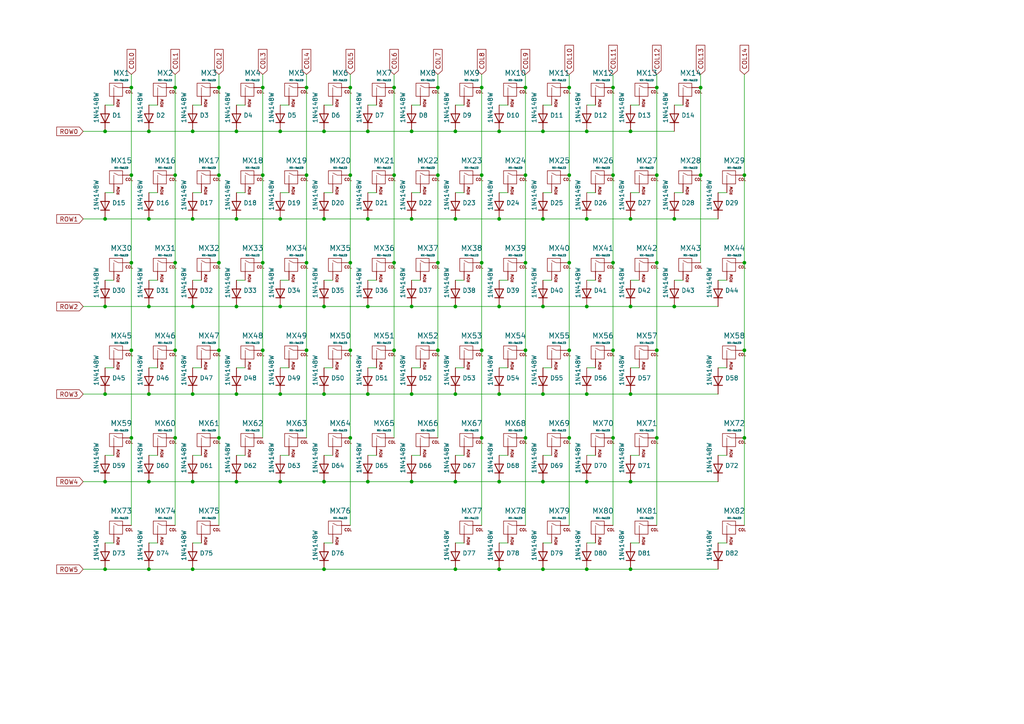
<source format=kicad_sch>
(kicad_sch (version 20211123) (generator eeschema)
  (paper "A4")
  (junction (at 119.38 63.5))
  (junction (at 177.8 101.6))
  (junction (at 50.8 101.6))
  (junction (at 190.5 127))
  (junction (at 81.28 38.1))
  (junction (at 63.5 25.4))
  (junction (at 63.5 76.2))
  (junction (at 165.1 25.4))
  (junction (at 139.7 76.2))
  (junction (at 157.48 139.7))
  (junction (at 55.88 63.5))
  (junction (at 88.9 25.4))
  (junction (at 157.48 88.9))
  (junction (at 101.6 25.4))
  (junction (at 157.48 38.1))
  (junction (at 127 25.4))
  (junction (at 114.3 101.6))
  (junction (at 30.48 88.9))
  (junction (at 63.5 101.6))
  (junction (at 195.58 88.9))
  (junction (at 106.68 139.7))
  (junction (at 165.1 76.2))
  (junction (at 114.3 76.2))
  (junction (at 177.8 76.2))
  (junction (at 127 76.2))
  (junction (at 38.1 50.8))
  (junction (at 101.6 101.6))
  (junction (at 119.38 88.9))
  (junction (at 114.3 25.4))
  (junction (at 50.8 76.2))
  (junction (at 38.1 127))
  (junction (at 195.58 63.5))
  (junction (at 203.2 50.8))
  (junction (at 190.5 25.4))
  (junction (at 157.48 63.5))
  (junction (at 43.18 114.3))
  (junction (at 170.18 63.5))
  (junction (at 119.38 38.1))
  (junction (at 38.1 76.2))
  (junction (at 30.48 139.7))
  (junction (at 144.78 38.1))
  (junction (at 182.88 165.1))
  (junction (at 132.08 165.1))
  (junction (at 68.58 63.5))
  (junction (at 81.28 114.3))
  (junction (at 43.18 88.9))
  (junction (at 170.18 38.1))
  (junction (at 215.9 76.2))
  (junction (at 106.68 114.3))
  (junction (at 101.6 76.2))
  (junction (at 76.2 101.6))
  (junction (at 144.78 88.9))
  (junction (at 93.98 38.1))
  (junction (at 165.1 127))
  (junction (at 38.1 101.6))
  (junction (at 165.1 101.6))
  (junction (at 182.88 38.1))
  (junction (at 144.78 114.3))
  (junction (at 43.18 139.7))
  (junction (at 157.48 114.3))
  (junction (at 139.7 101.6))
  (junction (at 43.18 165.1))
  (junction (at 101.6 127))
  (junction (at 127 50.8))
  (junction (at 81.28 88.9))
  (junction (at 114.3 50.8))
  (junction (at 152.4 50.8))
  (junction (at 182.88 139.7))
  (junction (at 170.18 88.9))
  (junction (at 68.58 139.7))
  (junction (at 30.48 38.1))
  (junction (at 119.38 114.3))
  (junction (at 50.8 50.8))
  (junction (at 127 101.6))
  (junction (at 165.1 50.8))
  (junction (at 81.28 139.7))
  (junction (at 152.4 127))
  (junction (at 88.9 50.8))
  (junction (at 93.98 88.9))
  (junction (at 152.4 76.2))
  (junction (at 119.38 139.7))
  (junction (at 93.98 139.7))
  (junction (at 139.7 25.4))
  (junction (at 203.2 25.4))
  (junction (at 30.48 114.3))
  (junction (at 132.08 38.1))
  (junction (at 81.28 63.5))
  (junction (at 139.7 127))
  (junction (at 106.68 88.9))
  (junction (at 182.88 88.9))
  (junction (at 43.18 63.5))
  (junction (at 106.68 63.5))
  (junction (at 215.9 101.6))
  (junction (at 157.48 165.1))
  (junction (at 63.5 127))
  (junction (at 215.9 127))
  (junction (at 55.88 139.7))
  (junction (at 50.8 127))
  (junction (at 190.5 50.8))
  (junction (at 38.1 25.4))
  (junction (at 101.6 50.8))
  (junction (at 182.88 63.5))
  (junction (at 88.9 76.2))
  (junction (at 68.58 114.3))
  (junction (at 88.9 101.6))
  (junction (at 43.18 38.1))
  (junction (at 132.08 88.9))
  (junction (at 93.98 63.5))
  (junction (at 144.78 165.1))
  (junction (at 132.08 114.3))
  (junction (at 170.18 114.3))
  (junction (at 76.2 50.8))
  (junction (at 55.88 165.1))
  (junction (at 144.78 139.7))
  (junction (at 63.5 50.8))
  (junction (at 177.8 50.8))
  (junction (at 215.9 50.8))
  (junction (at 50.8 25.4))
  (junction (at 68.58 38.1))
  (junction (at 182.88 114.3))
  (junction (at 144.78 63.5))
  (junction (at 152.4 25.4))
  (junction (at 177.8 127))
  (junction (at 139.7 50.8))
  (junction (at 170.18 139.7))
  (junction (at 76.2 76.2))
  (junction (at 55.88 114.3))
  (junction (at 132.08 63.5))
  (junction (at 152.4 101.6))
  (junction (at 76.2 25.4))
  (junction (at 93.98 165.1))
  (junction (at 68.58 88.9))
  (junction (at 190.5 76.2))
  (junction (at 190.5 101.6))
  (junction (at 30.48 165.1))
  (junction (at 170.18 165.1))
  (junction (at 55.88 38.1))
  (junction (at 30.48 63.5))
  (junction (at 55.88 88.9))
  (junction (at 106.68 38.1))
  (junction (at 132.08 139.7))
  (junction (at 177.8 25.4))
  (junction (at 93.98 114.3))
  (wire (pts (xy 190.5 50.8) (xy 190.5 76.2)))
  (wire (pts (xy 68.58 63.5) (xy 81.28 63.5)))
  (wire (pts (xy 63.5 21.59) (xy 63.5 25.4)))
  (wire (pts (xy 170.18 38.1) (xy 182.88 38.1)))
  (wire (pts (xy 88.9 76.2) (xy 88.9 101.6)))
  (wire (pts (xy 96.52 157.48) (xy 93.98 157.48)))
  (wire (pts (xy 24.13 114.3) (xy 30.48 114.3)))
  (wire (pts (xy 195.58 88.9) (xy 208.28 88.9)))
  (wire (pts (xy 114.3 21.59) (xy 114.3 25.4)))
  (wire (pts (xy 43.18 165.1) (xy 55.88 165.1)))
  (wire (pts (xy 210.82 106.68) (xy 208.28 106.68)))
  (wire (pts (xy 93.98 139.7) (xy 106.68 139.7)))
  (wire (pts (xy 132.08 165.1) (xy 144.78 165.1)))
  (wire (pts (xy 185.42 30.48) (xy 182.88 30.48)))
  (wire (pts (xy 132.08 88.9) (xy 144.78 88.9)))
  (wire (pts (xy 58.42 106.68) (xy 55.88 106.68)))
  (wire (pts (xy 101.6 101.6) (xy 101.6 127)))
  (wire (pts (xy 101.6 21.59) (xy 101.6 25.4)))
  (wire (pts (xy 139.7 21.59) (xy 139.7 25.4)))
  (wire (pts (xy 38.1 25.4) (xy 38.1 50.8)))
  (wire (pts (xy 152.4 101.6) (xy 152.4 127)))
  (wire (pts (xy 43.18 114.3) (xy 55.88 114.3)))
  (wire (pts (xy 215.9 101.6) (xy 215.9 127)))
  (wire (pts (xy 30.48 38.1) (xy 43.18 38.1)))
  (wire (pts (xy 93.98 63.5) (xy 106.68 63.5)))
  (wire (pts (xy 185.42 132.08) (xy 182.88 132.08)))
  (wire (pts (xy 127 76.2) (xy 127 101.6)))
  (wire (pts (xy 58.42 55.88) (xy 55.88 55.88)))
  (wire (pts (xy 76.2 25.4) (xy 76.2 50.8)))
  (wire (pts (xy 139.7 25.4) (xy 139.7 50.8)))
  (wire (pts (xy 83.82 81.28) (xy 81.28 81.28)))
  (wire (pts (xy 139.7 50.8) (xy 139.7 76.2)))
  (wire (pts (xy 38.1 50.8) (xy 38.1 76.2)))
  (wire (pts (xy 114.3 50.8) (xy 114.3 76.2)))
  (wire (pts (xy 134.62 106.68) (xy 132.08 106.68)))
  (wire (pts (xy 144.78 165.1) (xy 157.48 165.1)))
  (wire (pts (xy 83.82 106.68) (xy 81.28 106.68)))
  (wire (pts (xy 81.28 114.3) (xy 93.98 114.3)))
  (wire (pts (xy 101.6 127) (xy 101.6 152.4)))
  (wire (pts (xy 134.62 81.28) (xy 132.08 81.28)))
  (wire (pts (xy 165.1 25.4) (xy 165.1 50.8)))
  (wire (pts (xy 76.2 101.6) (xy 76.2 127)))
  (wire (pts (xy 24.13 165.1) (xy 30.48 165.1)))
  (wire (pts (xy 182.88 63.5) (xy 195.58 63.5)))
  (wire (pts (xy 215.9 76.2) (xy 215.9 101.6)))
  (wire (pts (xy 210.82 157.48) (xy 208.28 157.48)))
  (wire (pts (xy 96.52 30.48) (xy 93.98 30.48)))
  (wire (pts (xy 96.52 132.08) (xy 93.98 132.08)))
  (wire (pts (xy 165.1 76.2) (xy 165.1 101.6)))
  (wire (pts (xy 182.88 139.7) (xy 208.28 139.7)))
  (wire (pts (xy 45.72 157.48) (xy 43.18 157.48)))
  (wire (pts (xy 71.12 81.28) (xy 68.58 81.28)))
  (wire (pts (xy 76.2 50.8) (xy 76.2 76.2)))
  (wire (pts (xy 58.42 30.48) (xy 55.88 30.48)))
  (wire (pts (xy 33.02 157.48) (xy 30.48 157.48)))
  (wire (pts (xy 190.5 76.2) (xy 190.5 101.6)))
  (wire (pts (xy 182.88 88.9) (xy 195.58 88.9)))
  (wire (pts (xy 172.72 81.28) (xy 170.18 81.28)))
  (wire (pts (xy 185.42 81.28) (xy 182.88 81.28)))
  (wire (pts (xy 81.28 63.5) (xy 93.98 63.5)))
  (wire (pts (xy 160.02 157.48) (xy 157.48 157.48)))
  (wire (pts (xy 198.12 55.88) (xy 195.58 55.88)))
  (wire (pts (xy 38.1 101.6) (xy 38.1 127)))
  (wire (pts (xy 170.18 63.5) (xy 182.88 63.5)))
  (wire (pts (xy 63.5 127) (xy 63.5 152.4)))
  (wire (pts (xy 177.8 127) (xy 177.8 152.4)))
  (wire (pts (xy 172.72 30.48) (xy 170.18 30.48)))
  (wire (pts (xy 88.9 25.4) (xy 88.9 50.8)))
  (wire (pts (xy 172.72 55.88) (xy 170.18 55.88)))
  (wire (pts (xy 109.22 106.68) (xy 106.68 106.68)))
  (wire (pts (xy 58.42 81.28) (xy 55.88 81.28)))
  (wire (pts (xy 203.2 21.59) (xy 203.2 25.4)))
  (wire (pts (xy 152.4 21.59) (xy 152.4 25.4)))
  (wire (pts (xy 119.38 63.5) (xy 132.08 63.5)))
  (wire (pts (xy 152.4 76.2) (xy 152.4 101.6)))
  (wire (pts (xy 139.7 76.2) (xy 139.7 101.6)))
  (wire (pts (xy 30.48 165.1) (xy 43.18 165.1)))
  (wire (pts (xy 43.18 38.1) (xy 55.88 38.1)))
  (wire (pts (xy 33.02 55.88) (xy 30.48 55.88)))
  (wire (pts (xy 63.5 50.8) (xy 63.5 76.2)))
  (wire (pts (xy 210.82 132.08) (xy 208.28 132.08)))
  (wire (pts (xy 114.3 76.2) (xy 114.3 101.6)))
  (wire (pts (xy 177.8 50.8) (xy 177.8 76.2)))
  (wire (pts (xy 93.98 165.1) (xy 132.08 165.1)))
  (wire (pts (xy 55.88 63.5) (xy 68.58 63.5)))
  (wire (pts (xy 45.72 106.68) (xy 43.18 106.68)))
  (wire (pts (xy 147.32 157.48) (xy 144.78 157.48)))
  (wire (pts (xy 93.98 88.9) (xy 106.68 88.9)))
  (wire (pts (xy 172.72 157.48) (xy 170.18 157.48)))
  (wire (pts (xy 160.02 30.48) (xy 157.48 30.48)))
  (wire (pts (xy 50.8 127) (xy 50.8 152.4)))
  (wire (pts (xy 160.02 132.08) (xy 157.48 132.08)))
  (wire (pts (xy 81.28 88.9) (xy 93.98 88.9)))
  (wire (pts (xy 63.5 101.6) (xy 63.5 127)))
  (wire (pts (xy 152.4 127) (xy 152.4 152.4)))
  (wire (pts (xy 68.58 139.7) (xy 81.28 139.7)))
  (wire (pts (xy 182.88 165.1) (xy 208.28 165.1)))
  (wire (pts (xy 96.52 106.68) (xy 93.98 106.68)))
  (wire (pts (xy 172.72 106.68) (xy 170.18 106.68)))
  (wire (pts (xy 165.1 101.6) (xy 165.1 127)))
  (wire (pts (xy 33.02 106.68) (xy 30.48 106.68)))
  (wire (pts (xy 144.78 38.1) (xy 157.48 38.1)))
  (wire (pts (xy 165.1 21.59) (xy 165.1 25.4)))
  (wire (pts (xy 185.42 55.88) (xy 182.88 55.88)))
  (wire (pts (xy 157.48 88.9) (xy 170.18 88.9)))
  (wire (pts (xy 177.8 21.59) (xy 177.8 25.4)))
  (wire (pts (xy 185.42 106.68) (xy 182.88 106.68)))
  (wire (pts (xy 157.48 139.7) (xy 170.18 139.7)))
  (wire (pts (xy 33.02 132.08) (xy 30.48 132.08)))
  (wire (pts (xy 190.5 25.4) (xy 190.5 50.8)))
  (wire (pts (xy 121.92 106.68) (xy 119.38 106.68)))
  (wire (pts (xy 190.5 21.59) (xy 190.5 25.4)))
  (wire (pts (xy 76.2 76.2) (xy 76.2 101.6)))
  (wire (pts (xy 45.72 132.08) (xy 43.18 132.08)))
  (wire (pts (xy 172.72 132.08) (xy 170.18 132.08)))
  (wire (pts (xy 109.22 132.08) (xy 106.68 132.08)))
  (wire (pts (xy 68.58 114.3) (xy 81.28 114.3)))
  (wire (pts (xy 203.2 25.4) (xy 203.2 50.8)))
  (wire (pts (xy 190.5 127) (xy 190.5 152.4)))
  (wire (pts (xy 152.4 25.4) (xy 152.4 50.8)))
  (wire (pts (xy 215.9 127) (xy 215.9 152.4)))
  (wire (pts (xy 170.18 88.9) (xy 182.88 88.9)))
  (wire (pts (xy 152.4 50.8) (xy 152.4 76.2)))
  (wire (pts (xy 114.3 101.6) (xy 114.3 127)))
  (wire (pts (xy 127 101.6) (xy 127 127)))
  (wire (pts (xy 83.82 30.48) (xy 81.28 30.48)))
  (wire (pts (xy 132.08 139.7) (xy 144.78 139.7)))
  (wire (pts (xy 96.52 55.88) (xy 93.98 55.88)))
  (wire (pts (xy 24.13 139.7) (xy 30.48 139.7)))
  (wire (pts (xy 121.92 132.08) (xy 119.38 132.08)))
  (wire (pts (xy 106.68 139.7) (xy 119.38 139.7)))
  (wire (pts (xy 147.32 106.68) (xy 144.78 106.68)))
  (wire (pts (xy 68.58 38.1) (xy 81.28 38.1)))
  (wire (pts (xy 81.28 139.7) (xy 93.98 139.7)))
  (wire (pts (xy 109.22 55.88) (xy 106.68 55.88)))
  (wire (pts (xy 160.02 81.28) (xy 157.48 81.28)))
  (wire (pts (xy 127 25.4) (xy 127 50.8)))
  (wire (pts (xy 210.82 55.88) (xy 208.28 55.88)))
  (wire (pts (xy 119.38 114.3) (xy 132.08 114.3)))
  (wire (pts (xy 177.8 25.4) (xy 177.8 50.8)))
  (wire (pts (xy 144.78 139.7) (xy 157.48 139.7)))
  (wire (pts (xy 109.22 81.28) (xy 106.68 81.28)))
  (wire (pts (xy 88.9 101.6) (xy 88.9 127)))
  (wire (pts (xy 63.5 25.4) (xy 63.5 50.8)))
  (wire (pts (xy 24.13 63.5) (xy 30.48 63.5)))
  (wire (pts (xy 198.12 30.48) (xy 195.58 30.48)))
  (wire (pts (xy 58.42 157.48) (xy 55.88 157.48)))
  (wire (pts (xy 134.62 132.08) (xy 132.08 132.08)))
  (wire (pts (xy 43.18 63.5) (xy 55.88 63.5)))
  (wire (pts (xy 215.9 50.8) (xy 215.9 76.2)))
  (wire (pts (xy 114.3 25.4) (xy 114.3 50.8)))
  (wire (pts (xy 83.82 132.08) (xy 81.28 132.08)))
  (wire (pts (xy 134.62 157.48) (xy 132.08 157.48)))
  (wire (pts (xy 68.58 88.9) (xy 81.28 88.9)))
  (wire (pts (xy 93.98 38.1) (xy 106.68 38.1)))
  (wire (pts (xy 165.1 50.8) (xy 165.1 76.2)))
  (wire (pts (xy 147.32 30.48) (xy 144.78 30.48)))
  (wire (pts (xy 144.78 114.3) (xy 157.48 114.3)))
  (wire (pts (xy 45.72 30.48) (xy 43.18 30.48)))
  (wire (pts (xy 55.88 38.1) (xy 68.58 38.1)))
  (wire (pts (xy 147.32 81.28) (xy 144.78 81.28)))
  (wire (pts (xy 170.18 165.1) (xy 182.88 165.1)))
  (wire (pts (xy 134.62 55.88) (xy 132.08 55.88)))
  (wire (pts (xy 134.62 30.48) (xy 132.08 30.48)))
  (wire (pts (xy 88.9 21.59) (xy 88.9 25.4)))
  (wire (pts (xy 132.08 38.1) (xy 144.78 38.1)))
  (wire (pts (xy 38.1 21.59) (xy 38.1 25.4)))
  (wire (pts (xy 203.2 50.8) (xy 203.2 76.2)))
  (wire (pts (xy 101.6 25.4) (xy 101.6 50.8)))
  (wire (pts (xy 109.22 30.48) (xy 106.68 30.48)))
  (wire (pts (xy 198.12 81.28) (xy 195.58 81.28)))
  (wire (pts (xy 182.88 114.3) (xy 208.28 114.3)))
  (wire (pts (xy 132.08 114.3) (xy 144.78 114.3)))
  (wire (pts (xy 45.72 55.88) (xy 43.18 55.88)))
  (wire (pts (xy 119.38 38.1) (xy 132.08 38.1)))
  (wire (pts (xy 76.2 21.59) (xy 76.2 25.4)))
  (wire (pts (xy 165.1 127) (xy 165.1 152.4)))
  (wire (pts (xy 210.82 81.28) (xy 208.28 81.28)))
  (wire (pts (xy 157.48 63.5) (xy 170.18 63.5)))
  (wire (pts (xy 144.78 63.5) (xy 157.48 63.5)))
  (wire (pts (xy 147.32 55.88) (xy 144.78 55.88)))
  (wire (pts (xy 101.6 76.2) (xy 101.6 101.6)))
  (wire (pts (xy 50.8 50.8) (xy 50.8 76.2)))
  (wire (pts (xy 157.48 38.1) (xy 170.18 38.1)))
  (wire (pts (xy 132.08 63.5) (xy 144.78 63.5)))
  (wire (pts (xy 88.9 50.8) (xy 88.9 76.2)))
  (wire (pts (xy 50.8 21.59) (xy 50.8 25.4)))
  (wire (pts (xy 93.98 114.3) (xy 106.68 114.3)))
  (wire (pts (xy 30.48 63.5) (xy 43.18 63.5)))
  (wire (pts (xy 83.82 55.88) (xy 81.28 55.88)))
  (wire (pts (xy 71.12 30.48) (xy 68.58 30.48)))
  (wire (pts (xy 106.68 38.1) (xy 119.38 38.1)))
  (wire (pts (xy 71.12 106.68) (xy 68.58 106.68)))
  (wire (pts (xy 157.48 165.1) (xy 170.18 165.1)))
  (wire (pts (xy 30.48 114.3) (xy 43.18 114.3)))
  (wire (pts (xy 101.6 50.8) (xy 101.6 76.2)))
  (wire (pts (xy 106.68 63.5) (xy 119.38 63.5)))
  (wire (pts (xy 30.48 139.7) (xy 43.18 139.7)))
  (wire (pts (xy 139.7 127) (xy 139.7 152.4)))
  (wire (pts (xy 170.18 139.7) (xy 182.88 139.7)))
  (wire (pts (xy 58.42 132.08) (xy 55.88 132.08)))
  (wire (pts (xy 45.72 81.28) (xy 43.18 81.28)))
  (wire (pts (xy 55.88 114.3) (xy 68.58 114.3)))
  (wire (pts (xy 215.9 21.59) (xy 215.9 50.8)))
  (wire (pts (xy 50.8 101.6) (xy 50.8 127)))
  (wire (pts (xy 144.78 88.9) (xy 157.48 88.9)))
  (wire (pts (xy 24.13 88.9) (xy 30.48 88.9)))
  (wire (pts (xy 195.58 63.5) (xy 208.28 63.5)))
  (wire (pts (xy 71.12 132.08) (xy 68.58 132.08)))
  (wire (pts (xy 157.48 114.3) (xy 170.18 114.3)))
  (wire (pts (xy 106.68 88.9) (xy 119.38 88.9)))
  (wire (pts (xy 55.88 165.1) (xy 93.98 165.1)))
  (wire (pts (xy 182.88 38.1) (xy 195.58 38.1)))
  (wire (pts (xy 185.42 157.48) (xy 182.88 157.48)))
  (wire (pts (xy 96.52 81.28) (xy 93.98 81.28)))
  (wire (pts (xy 81.28 38.1) (xy 93.98 38.1)))
  (wire (pts (xy 106.68 114.3) (xy 119.38 114.3)))
  (wire (pts (xy 71.12 55.88) (xy 68.58 55.88)))
  (wire (pts (xy 121.92 81.28) (xy 119.38 81.28)))
  (wire (pts (xy 30.48 88.9) (xy 43.18 88.9)))
  (wire (pts (xy 177.8 101.6) (xy 177.8 127)))
  (wire (pts (xy 55.88 88.9) (xy 68.58 88.9)))
  (wire (pts (xy 127 21.59) (xy 127 25.4)))
  (wire (pts (xy 139.7 101.6) (xy 139.7 127)))
  (wire (pts (xy 160.02 106.68) (xy 157.48 106.68)))
  (wire (pts (xy 147.32 132.08) (xy 144.78 132.08)))
  (wire (pts (xy 38.1 76.2) (xy 38.1 101.6)))
  (wire (pts (xy 119.38 88.9) (xy 132.08 88.9)))
  (wire (pts (xy 121.92 30.48) (xy 119.38 30.48)))
  (wire (pts (xy 119.38 139.7) (xy 132.08 139.7)))
  (wire (pts (xy 43.18 139.7) (xy 55.88 139.7)))
  (wire (pts (xy 55.88 139.7) (xy 68.58 139.7)))
  (wire (pts (xy 50.8 76.2) (xy 50.8 101.6)))
  (wire (pts (xy 121.92 55.88) (xy 119.38 55.88)))
  (wire (pts (xy 38.1 127) (xy 38.1 152.4)))
  (wire (pts (xy 50.8 25.4) (xy 50.8 50.8)))
  (wire (pts (xy 127 50.8) (xy 127 76.2)))
  (wire (pts (xy 33.02 81.28) (xy 30.48 81.28)))
  (wire (pts (xy 43.18 88.9) (xy 55.88 88.9)))
  (wire (pts (xy 24.13 38.1) (xy 30.48 38.1)))
  (wire (pts (xy 177.8 76.2) (xy 177.8 101.6)))
  (wire (pts (xy 63.5 76.2) (xy 63.5 101.6)))
  (wire (pts (xy 33.02 30.48) (xy 30.48 30.48)))
  (wire (pts (xy 190.5 101.6) (xy 190.5 127)))
  (wire (pts (xy 160.02 55.88) (xy 157.48 55.88)))
  (wire (pts (xy 170.18 114.3) (xy 182.88 114.3)))
  (global_label "COL3" (shape input) (at 76.2 21.59 90) (property "Intersheet References" "${INTERSHEET_REFS}" (effects hide)))
  (global_label "ROW2" (shape input) (at 24.13 88.9 180) (property "Intersheet References" "${INTERSHEET_REFS}" (effects hide)))
  (global_label "COL7" (shape input) (at 127 21.59 90) (property "Intersheet References" "${INTERSHEET_REFS}" (effects hide)))
  (global_label "ROW0" (shape input) (at 24.13 38.1 180) (property "Intersheet References" "${INTERSHEET_REFS}" (effects hide)))
  (global_label "COL1" (shape input) (at 50.8 21.59 90) (property "Intersheet References" "${INTERSHEET_REFS}" (effects hide)))
  (global_label "COL11" (shape input) (at 177.8 21.59 90) (property "Intersheet References" "${INTERSHEET_REFS}" (effects hide)))
  (global_label "ROW3" (shape input) (at 24.13 114.3 180) (property "Intersheet References" "${INTERSHEET_REFS}" (effects hide)))
  (global_label "ROW5" (shape input) (at 24.13 165.1 180) (property "Intersheet References" "${INTERSHEET_REFS}" (effects hide)))
  (global_label "COL4" (shape input) (at 88.9 21.59 90) (property "Intersheet References" "${INTERSHEET_REFS}" (effects hide)))
  (global_label "ROW1" (shape input) (at 24.13 63.5 180) (property "Intersheet References" "${INTERSHEET_REFS}" (effects hide)))
  (global_label "COL6" (shape input) (at 114.3 21.59 90) (property "Intersheet References" "${INTERSHEET_REFS}" (effects hide)))
  (global_label "COL0" (shape input) (at 38.1 21.59 90) (property "Intersheet References" "${INTERSHEET_REFS}" (effects hide)))
  (global_label "COL5" (shape input) (at 101.6 21.59 90) (property "Intersheet References" "${INTERSHEET_REFS}" (effects hide)))
  (global_label "ROW4" (shape input) (at 24.13 139.7 180) (property "Intersheet References" "${INTERSHEET_REFS}" (effects hide)))
  (global_label "COL12" (shape input) (at 190.5 21.59 90) (property "Intersheet References" "${INTERSHEET_REFS}" (effects hide)))
  (global_label "COL9" (shape input) (at 152.4 21.59 90) (property "Intersheet References" "${INTERSHEET_REFS}" (effects hide)))
  (global_label "COL14" (shape input) (at 215.9 21.59 90) (property "Intersheet References" "${INTERSHEET_REFS}" (effects hide)))
  (global_label "COL2" (shape input) (at 63.5 21.59 90) (property "Intersheet References" "${INTERSHEET_REFS}" (effects hide)))
  (global_label "COL8" (shape input) (at 139.7 21.59 90) (property "Intersheet References" "${INTERSHEET_REFS}" (effects hide)))
  (global_label "COL10" (shape input) (at 165.1 21.59 90) (property "Intersheet References" "${INTERSHEET_REFS}" (effects hide)))
  (global_label "COL13" (shape input) (at 203.2 21.59 90) (property "Intersheet References" "${INTERSHEET_REFS}" (effects hide)))
  (symbol (lib_id "Diode:1N4148W") (at 208.28 110.49 90) (unit 1)
    (property "Reference" "D58" (at 210.312 109.6553 90) (effects (justify right)))
    (property "Value" "1N4148W" (at 205.74 102.87 0) (effects (justify right)))
    (property "Footprint" "Diode_SMD:D_SOD-123" (effects hide))
    (property "Datasheet" "https://www.vishay.com/docs/85748/1n4148w.pdf" (effects hide))
  )
  (symbol (lib_id "Diode:1N4148W") (at 132.08 110.49 90) (unit 1)
    (property "Reference" "D53" (at 134.112 109.6553 90) (effects (justify right)))
    (property "Value" "1N4148W" (at 129.54 102.87 0) (effects (justify right)))
    (property "Footprint" "Diode_SMD:D_SOD-123" (effects hide))
    (property "Datasheet" "https://www.vishay.com/docs/85748/1n4148w.pdf" (effects hide))
  )
  (symbol (lib_id "Diode:1N4148W") (at 81.28 110.49 90) (unit 1)
    (property "Reference" "D49" (at 83.312 109.6553 90) (effects (justify right)))
    (property "Value" "1N4148W" (at 78.74 102.87 0) (effects (justify right)))
    (property "Footprint" "Diode_SMD:D_SOD-123" (effects hide))
    (property "Datasheet" "https://www.vishay.com/docs/85748/1n4148w.pdf" (effects hide))
  )
  (symbol (lib_id "Diode:1N4148W") (at 30.48 110.49 90) (unit 1)
    (property "Reference" "D45" (at 32.512 109.6553 90) (effects (justify right)))
    (property "Value" "1N4148W" (at 27.94 102.87 0) (effects (justify right)))
    (property "Footprint" "Diode_SMD:D_SOD-123" (effects hide))
    (property "Datasheet" "https://www.vishay.com/docs/85748/1n4148w.pdf" (effects hide))
  )
  (symbol (lib_id "MX_Alps_Hybrid:MX-NoLED") (at 135.89 52.07 0) (unit 1)
    (property "Reference" "MX23" (at 136.7756 46.5783 0) (effects (font (size 1.524 1.524))))
    (property "Value" "MX-NoLED" (at 136.7756 48.6585 0) (effects (font (size 0.508 0.508))))
    (property "Footprint" "MX_Only:MXOnly-1U-Hotswap" (effects hide))
  )
  (symbol (lib_id "MX_Alps_Hybrid:MX-NoLED") (at 135.89 153.67 0) (unit 1)
    (property "Reference" "MX77" (at 136.7756 148.1783 0) (effects (font (size 1.524 1.524))))
    (property "Value" "MX-NoLED" (at 136.7756 150.2585 0) (effects (font (size 0.508 0.508))))
    (property "Footprint" "MX_Only:MXOnly-1U-Hotswap" (effects hide))
  )
  (symbol (lib_id "Diode:1N4148W") (at 157.48 161.29 90) (unit 1)
    (property "Reference" "D79" (at 159.512 160.4553 90) (effects (justify right)))
    (property "Value" "1N4148W" (at 154.94 153.67 0) (effects (justify right)))
    (property "Footprint" "Diode_SMD:D_SOD-123" (effects hide))
    (property "Datasheet" "https://www.vishay.com/docs/85748/1n4148w.pdf" (effects hide))
  )
  (symbol (lib_id "MX_Alps_Hybrid:MX-NoLED") (at 161.29 153.67 0) (unit 1)
    (property "Reference" "MX79" (at 162.1756 148.1783 0) (effects (font (size 1.524 1.524))))
    (property "Value" "MX-NoLED" (at 162.1756 150.2585 0) (effects (font (size 0.508 0.508))))
    (property "Footprint" "MX_Only:MXOnly-1U-Hotswap" (effects hide))
  )
  (symbol (lib_id "Diode:1N4148W") (at 55.88 34.29 90) (unit 1)
    (property "Reference" "D3" (at 57.912 33.4553 90) (effects (justify right)))
    (property "Value" "1N4148W" (at 53.34 26.67 0) (effects (justify right)))
    (property "Footprint" "Diode_SMD:D_SOD-123" (effects hide))
    (property "Datasheet" "https://www.vishay.com/docs/85748/1n4148w.pdf" (effects hide))
  )
  (symbol (lib_id "Diode:1N4148W") (at 157.48 34.29 90) (unit 1)
    (property "Reference" "D11" (at 159.512 33.4553 90) (effects (justify right)))
    (property "Value" "1N4148W" (at 154.94 26.67 0) (effects (justify right)))
    (property "Footprint" "Diode_SMD:D_SOD-123" (effects hide))
    (property "Datasheet" "https://www.vishay.com/docs/85748/1n4148w.pdf" (effects hide))
  )
  (symbol (lib_id "Diode:1N4148W") (at 119.38 85.09 90) (unit 1)
    (property "Reference" "D37" (at 121.412 84.2553 90) (effects (justify right)))
    (property "Value" "1N4148W" (at 116.84 77.47 0) (effects (justify right)))
    (property "Footprint" "Diode_SMD:D_SOD-123" (effects hide))
    (property "Datasheet" "https://www.vishay.com/docs/85748/1n4148w.pdf" (effects hide))
  )
  (symbol (lib_id "MX_Alps_Hybrid:MX-NoLED") (at 135.89 102.87 0) (unit 1)
    (property "Reference" "MX53" (at 136.7756 97.3783 0) (effects (font (size 1.524 1.524))))
    (property "Value" "MX-NoLED" (at 136.7756 99.4585 0) (effects (font (size 0.508 0.508))))
    (property "Footprint" "MX_Only:MXOnly-1U-Hotswap" (effects hide))
  )
  (symbol (lib_id "MX_Alps_Hybrid:MX-NoLED") (at 72.39 102.87 0) (unit 1)
    (property "Reference" "MX48" (at 73.2756 97.3783 0) (effects (font (size 1.524 1.524))))
    (property "Value" "MX-NoLED" (at 73.2756 99.4585 0) (effects (font (size 0.508 0.508))))
    (property "Footprint" "MX_Only:MXOnly-1U-Hotswap" (effects hide))
  )
  (symbol (lib_id "Diode:1N4148W") (at 43.18 34.29 90) (unit 1)
    (property "Reference" "D2" (at 45.212 33.4553 90) (effects (justify right)))
    (property "Value" "1N4148W" (at 40.64 26.67 0) (effects (justify right)))
    (property "Footprint" "Diode_SMD:D_SOD-123" (effects hide))
    (property "Datasheet" "https://www.vishay.com/docs/85748/1n4148w.pdf" (effects hide))
  )
  (symbol (lib_id "MX_Alps_Hybrid:MX-NoLED") (at 199.39 77.47 0) (unit 1)
    (property "Reference" "MX43" (at 200.2756 71.9783 0) (effects (font (size 1.524 1.524))))
    (property "Value" "MX-NoLED" (at 200.2756 74.0585 0) (effects (font (size 0.508 0.508))))
    (property "Footprint" "MX_Only:MXOnly-1.5U-Hotswap" (effects hide))
  )
  (symbol (lib_id "Diode:1N4148W") (at 170.18 161.29 90) (unit 1)
    (property "Reference" "D80" (at 172.212 160.4553 90) (effects (justify right)))
    (property "Value" "1N4148W" (at 167.64 153.67 0) (effects (justify right)))
    (property "Footprint" "Diode_SMD:D_SOD-123" (effects hide))
    (property "Datasheet" "https://www.vishay.com/docs/85748/1n4148w.pdf" (effects hide))
  )
  (symbol (lib_id "MX_Alps_Hybrid:MX-NoLED") (at 123.19 102.87 0) (unit 1)
    (property "Reference" "MX52" (at 124.0756 97.3783 0) (effects (font (size 1.524 1.524))))
    (property "Value" "MX-NoLED" (at 124.0756 99.4585 0) (effects (font (size 0.508 0.508))))
    (property "Footprint" "MX_Only:MXOnly-1U-Hotswap" (effects hide))
  )
  (symbol (lib_id "MX_Alps_Hybrid:MX-NoLED") (at 161.29 52.07 0) (unit 1)
    (property "Reference" "MX25" (at 162.1756 46.5783 0) (effects (font (size 1.524 1.524))))
    (property "Value" "MX-NoLED" (at 162.1756 48.6585 0) (effects (font (size 0.508 0.508))))
    (property "Footprint" "MX_Only:MXOnly-1U-Hotswap" (effects hide))
  )
  (symbol (lib_id "Diode:1N4148W") (at 132.08 161.29 90) (unit 1)
    (property "Reference" "D77" (at 134.112 160.4553 90) (effects (justify right)))
    (property "Value" "1N4148W" (at 129.54 153.67 0) (effects (justify right)))
    (property "Footprint" "Diode_SMD:D_SOD-123" (effects hide))
    (property "Datasheet" "https://www.vishay.com/docs/85748/1n4148w.pdf" (effects hide))
  )
  (symbol (lib_id "MX_Alps_Hybrid:MX-NoLED") (at 173.99 77.47 0) (unit 1)
    (property "Reference" "MX41" (at 174.8756 71.9783 0) (effects (font (size 1.524 1.524))))
    (property "Value" "MX-NoLED" (at 174.8756 74.0585 0) (effects (font (size 0.508 0.508))))
    (property "Footprint" "MX_Only:MXOnly-1U-Hotswap" (effects hide))
  )
  (symbol (lib_id "MX_Alps_Hybrid:MX-NoLED") (at 72.39 52.07 0) (unit 1)
    (property "Reference" "MX18" (at 73.2756 46.5783 0) (effects (font (size 1.524 1.524))))
    (property "Value" "MX-NoLED" (at 73.2756 48.6585 0) (effects (font (size 0.508 0.508))))
    (property "Footprint" "MX_Only:MXOnly-1U-Hotswap" (effects hide))
  )
  (symbol (lib_id "Diode:1N4148W") (at 119.38 59.69 90) (unit 1)
    (property "Reference" "D22" (at 121.412 58.8553 90) (effects (justify right)))
    (property "Value" "1N4148W" (at 116.84 52.07 0) (effects (justify right)))
    (property "Footprint" "Diode_SMD:D_SOD-123" (effects hide))
    (property "Datasheet" "https://www.vishay.com/docs/85748/1n4148w.pdf" (effects hide))
  )
  (symbol (lib_id "Diode:1N4148W") (at 43.18 59.69 90) (unit 1)
    (property "Reference" "D16" (at 45.212 58.8553 90) (effects (justify right)))
    (property "Value" "1N4148W" (at 40.64 52.07 0) (effects (justify right)))
    (property "Footprint" "Diode_SMD:D_SOD-123" (effects hide))
    (property "Datasheet" "https://www.vishay.com/docs/85748/1n4148w.pdf" (effects hide))
  )
  (symbol (lib_id "MX_Alps_Hybrid:MX-NoLED") (at 123.19 128.27 0) (unit 1)
    (property "Reference" "MX66" (at 124.0756 122.7783 0) (effects (font (size 1.524 1.524))))
    (property "Value" "MX-NoLED" (at 124.0756 124.8585 0) (effects (font (size 0.508 0.508))))
    (property "Footprint" "MX_Only:MXOnly-1U-Hotswap" (effects hide))
  )
  (symbol (lib_id "Diode:1N4148W") (at 81.28 85.09 90) (unit 1)
    (property "Reference" "D34" (at 83.312 84.2553 90) (effects (justify right)))
    (property "Value" "1N4148W" (at 78.74 77.47 0) (effects (justify right)))
    (property "Footprint" "Diode_SMD:D_SOD-123" (effects hide))
    (property "Datasheet" "https://www.vishay.com/docs/85748/1n4148w.pdf" (effects hide))
  )
  (symbol (lib_id "MX_Alps_Hybrid:MX-NoLED") (at 135.89 128.27 0) (unit 1)
    (property "Reference" "MX67" (at 136.7756 122.7783 0) (effects (font (size 1.524 1.524))))
    (property "Value" "MX-NoLED" (at 136.7756 124.8585 0) (effects (font (size 0.508 0.508))))
    (property "Footprint" "MX_Only:MXOnly-1U-Hotswap" (effects hide))
  )
  (symbol (lib_id "Diode:1N4148W") (at 119.38 110.49 90) (unit 1)
    (property "Reference" "D52" (at 121.412 109.6553 90) (effects (justify right)))
    (property "Value" "1N4148W" (at 116.84 102.87 0) (effects (justify right)))
    (property "Footprint" "Diode_SMD:D_SOD-123" (effects hide))
    (property "Datasheet" "https://www.vishay.com/docs/85748/1n4148w.pdf" (effects hide))
  )
  (symbol (lib_id "Diode:1N4148W") (at 81.28 34.29 90) (unit 1)
    (property "Reference" "D5" (at 83.312 33.4553 90) (effects (justify right)))
    (property "Value" "1N4148W" (at 78.74 26.67 0) (effects (justify right)))
    (property "Footprint" "Diode_SMD:D_SOD-123" (effects hide))
    (property "Datasheet" "https://www.vishay.com/docs/85748/1n4148w.pdf" (effects hide))
  )
  (symbol (lib_id "MX_Alps_Hybrid:MX-NoLED") (at 173.99 52.07 0) (unit 1)
    (property "Reference" "MX26" (at 174.8756 46.5783 0) (effects (font (size 1.524 1.524))))
    (property "Value" "MX-NoLED" (at 174.8756 48.6585 0) (effects (font (size 0.508 0.508))))
    (property "Footprint" "MX_Only:MXOnly-1U-Hotswap" (effects hide))
  )
  (symbol (lib_id "Diode:1N4148W") (at 30.48 59.69 90) (unit 1)
    (property "Reference" "D15" (at 32.512 58.8553 90) (effects (justify right)))
    (property "Value" "1N4148W" (at 27.94 52.07 0) (effects (justify right)))
    (property "Footprint" "Diode_SMD:D_SOD-123" (effects hide))
    (property "Datasheet" "https://www.vishay.com/docs/85748/1n4148w.pdf" (effects hide))
  )
  (symbol (lib_id "MX_Alps_Hybrid:MX-NoLED") (at 46.99 128.27 0) (unit 1)
    (property "Reference" "MX60" (at 47.8756 122.7783 0) (effects (font (size 1.524 1.524))))
    (property "Value" "MX-NoLED" (at 47.8756 124.8585 0) (effects (font (size 0.508 0.508))))
    (property "Footprint" "MX_Only:MXOnly-1U-Hotswap" (effects hide))
  )
  (symbol (lib_id "Diode:1N4148W") (at 182.88 161.29 90) (unit 1)
    (property "Reference" "D81" (at 184.912 160.4553 90) (effects (justify right)))
    (property "Value" "1N4148W" (at 180.34 153.67 0) (effects (justify right)))
    (property "Footprint" "Diode_SMD:D_SOD-123" (effects hide))
    (property "Datasheet" "https://www.vishay.com/docs/85748/1n4148w.pdf" (effects hide))
  )
  (symbol (lib_id "Diode:1N4148W") (at 170.18 59.69 90) (unit 1)
    (property "Reference" "D26" (at 172.212 58.8553 90) (effects (justify right)))
    (property "Value" "1N4148W" (at 167.64 52.07 0) (effects (justify right)))
    (property "Footprint" "Diode_SMD:D_SOD-123" (effects hide))
    (property "Datasheet" "https://www.vishay.com/docs/85748/1n4148w.pdf" (effects hide))
  )
  (symbol (lib_id "MX_Alps_Hybrid:MX-NoLED") (at 46.99 102.87 0) (unit 1)
    (property "Reference" "MX46" (at 47.8756 97.3783 0) (effects (font (size 1.524 1.524))))
    (property "Value" "MX-NoLED" (at 47.8756 99.4585 0) (effects (font (size 0.508 0.508))))
    (property "Footprint" "MX_Only:MXOnly-1U-Hotswap" (effects hide))
  )
  (symbol (lib_id "MX_Alps_Hybrid:MX-NoLED") (at 212.09 102.87 0) (unit 1)
    (property "Reference" "MX58" (at 212.9756 97.3783 0) (effects (font (size 1.524 1.524))))
    (property "Value" "MX-NoLED" (at 212.9756 99.4585 0) (effects (font (size 0.508 0.508))))
    (property "Footprint" "MX_Only:MXOnly-1U-Hotswap" (effects hide))
  )
  (symbol (lib_id "Diode:1N4148W") (at 93.98 59.69 90) (unit 1)
    (property "Reference" "D20" (at 96.012 58.8553 90) (effects (justify right)))
    (property "Value" "1N4148W" (at 91.44 52.07 0) (effects (justify right)))
    (property "Footprint" "Diode_SMD:D_SOD-123" (effects hide))
    (property "Datasheet" "https://www.vishay.com/docs/85748/1n4148w.pdf" (effects hide))
  )
  (symbol (lib_id "Diode:1N4148W") (at 55.88 110.49 90) (unit 1)
    (property "Reference" "D47" (at 57.912 109.6553 90) (effects (justify right)))
    (property "Value" "1N4148W" (at 53.34 102.87 0) (effects (justify right)))
    (property "Footprint" "Diode_SMD:D_SOD-123" (effects hide))
    (property "Datasheet" "https://www.vishay.com/docs/85748/1n4148w.pdf" (effects hide))
  )
  (symbol (lib_id "Diode:1N4148W") (at 170.18 34.29 90) (unit 1)
    (property "Reference" "D12" (at 172.212 33.4553 90) (effects (justify right)))
    (property "Value" "1N4148W" (at 167.64 26.67 0) (effects (justify right)))
    (property "Footprint" "Diode_SMD:D_SOD-123" (effects hide))
    (property "Datasheet" "https://www.vishay.com/docs/85748/1n4148w.pdf" (effects hide))
  )
  (symbol (lib_id "Diode:1N4148W") (at 68.58 110.49 90) (unit 1)
    (property "Reference" "D48" (at 70.612 109.6553 90) (effects (justify right)))
    (property "Value" "1N4148W" (at 66.04 102.87 0) (effects (justify right)))
    (property "Footprint" "Diode_SMD:D_SOD-123" (effects hide))
    (property "Datasheet" "https://www.vishay.com/docs/85748/1n4148w.pdf" (effects hide))
  )
  (symbol (lib_id "Diode:1N4148W") (at 170.18 110.49 90) (unit 1)
    (property "Reference" "D56" (at 172.212 109.6553 90) (effects (justify right)))
    (property "Value" "1N4148W" (at 167.64 102.87 0) (effects (justify right)))
    (property "Footprint" "Diode_SMD:D_SOD-123" (effects hide))
    (property "Datasheet" "https://www.vishay.com/docs/85748/1n4148w.pdf" (effects hide))
  )
  (symbol (lib_id "MX_Alps_Hybrid:MX-NoLED") (at 161.29 102.87 0) (unit 1)
    (property "Reference" "MX55" (at 162.1756 97.3783 0) (effects (font (size 1.524 1.524))))
    (property "Value" "MX-NoLED" (at 162.1756 99.4585 0) (effects (font (size 0.508 0.508))))
    (property "Footprint" "MX_Only:MXOnly-1U-Hotswap" (effects hide))
  )
  (symbol (lib_id "Diode:1N4148W") (at 157.48 85.09 90) (unit 1)
    (property "Reference" "D40" (at 159.512 84.2553 90) (effects (justify right)))
    (property "Value" "1N4148W" (at 154.94 77.47 0) (effects (justify right)))
    (property "Footprint" "Diode_SMD:D_SOD-123" (effects hide))
    (property "Datasheet" "https://www.vishay.com/docs/85748/1n4148w.pdf" (effects hide))
  )
  (symbol (lib_id "MX_Alps_Hybrid:MX-NoLED") (at 148.59 26.67 0) (unit 1)
    (property "Reference" "MX10" (at 149.4756 21.1783 0) (effects (font (size 1.524 1.524))))
    (property "Value" "MX-NoLED" (at 149.4756 23.2585 0) (effects (font (size 0.508 0.508))))
    (property "Footprint" "MX_Only:MXOnly-1U-Hotswap" (effects hide))
  )
  (symbol (lib_id "Diode:1N4148W") (at 157.48 110.49 90) (unit 1)
    (property "Reference" "D55" (at 159.512 109.6553 90) (effects (justify right)))
    (property "Value" "1N4148W" (at 154.94 102.87 0) (effects (justify right)))
    (property "Footprint" "Diode_SMD:D_SOD-123" (effects hide))
    (property "Datasheet" "https://www.vishay.com/docs/85748/1n4148w.pdf" (effects hide))
  )
  (symbol (lib_id "MX_Alps_Hybrid:MX-NoLED") (at 46.99 153.67 0) (unit 1)
    (property "Reference" "MX74" (at 47.8756 148.1783 0) (effects (font (size 1.524 1.524))))
    (property "Value" "MX-NoLED" (at 47.8756 150.2585 0) (effects (font (size 0.508 0.508))))
    (property "Footprint" "MX_Only:MXOnly-1.25U-Hotswap" (effects hide))
  )
  (symbol (lib_id "Diode:1N4148W") (at 208.28 59.69 90) (unit 1)
    (property "Reference" "D29" (at 210.312 58.8553 90) (effects (justify right)))
    (property "Value" "1N4148W" (at 205.74 52.07 0) (effects (justify right)))
    (property "Footprint" "Diode_SMD:D_SOD-123" (effects hide))
    (property "Datasheet" "https://www.vishay.com/docs/85748/1n4148w.pdf" (effects hide))
  )
  (symbol (lib_id "MX_Alps_Hybrid:MX-NoLED") (at 212.09 153.67 0) (unit 1)
    (property "Reference" "MX82" (at 212.9756 148.1783 0) (effects (font (size 1.524 1.524))))
    (property "Value" "MX-NoLED" (at 212.9756 150.2585 0) (effects (font (size 0.508 0.508))))
    (property "Footprint" "MX_Only:MXOnly-1U-Hotswap" (effects hide))
  )
  (symbol (lib_id "MX_Alps_Hybrid:MX-NoLED") (at 161.29 26.67 0) (unit 1)
    (property "Reference" "MX11" (at 162.1756 21.1783 0) (effects (font (size 1.524 1.524))))
    (property "Value" "MX-NoLED" (at 162.1756 23.2585 0) (effects (font (size 0.508 0.508))))
    (property "Footprint" "MX_Only:MXOnly-1U-Hotswap" (effects hide))
  )
  (symbol (lib_id "MX_Alps_Hybrid:MX-NoLED") (at 148.59 52.07 0) (unit 1)
    (property "Reference" "MX24" (at 149.4756 46.5783 0) (effects (font (size 1.524 1.524))))
    (property "Value" "MX-NoLED" (at 149.4756 48.6585 0) (effects (font (size 0.508 0.508))))
    (property "Footprint" "MX_Only:MXOnly-1U-Hotswap" (effects hide))
  )
  (symbol (lib_id "Diode:1N4148W") (at 144.78 110.49 90) (unit 1)
    (property "Reference" "D54" (at 146.812 109.6553 90) (effects (justify right)))
    (property "Value" "1N4148W" (at 142.24 102.87 0) (effects (justify right)))
    (property "Footprint" "Diode_SMD:D_SOD-123" (effects hide))
    (property "Datasheet" "https://www.vishay.com/docs/85748/1n4148w.pdf" (effects hide))
  )
  (symbol (lib_id "Diode:1N4148W") (at 106.68 85.09 90) (unit 1)
    (property "Reference" "D36" (at 108.712 84.2553 90) (effects (justify right)))
    (property "Value" "1N4148W" (at 104.14 77.47 0) (effects (justify right)))
    (property "Footprint" "Diode_SMD:D_SOD-123" (effects hide))
    (property "Datasheet" "https://www.vishay.com/docs/85748/1n4148w.pdf" (effects hide))
  )
  (symbol (lib_id "Diode:1N4148W") (at 144.78 135.89 90) (unit 1)
    (property "Reference" "D68" (at 146.812 135.0553 90) (effects (justify right)))
    (property "Value" "1N4148W" (at 142.24 128.27 0) (effects (justify right)))
    (property "Footprint" "Diode_SMD:D_SOD-123" (effects hide))
    (property "Datasheet" "https://www.vishay.com/docs/85748/1n4148w.pdf" (effects hide))
  )
  (symbol (lib_id "Diode:1N4148W") (at 144.78 59.69 90) (unit 1)
    (property "Reference" "D24" (at 146.812 58.8553 90) (effects (justify right)))
    (property "Value" "1N4148W" (at 142.24 52.07 0) (effects (justify right)))
    (property "Footprint" "Diode_SMD:D_SOD-123" (effects hide))
    (property "Datasheet" "https://www.vishay.com/docs/85748/1n4148w.pdf" (effects hide))
  )
  (symbol (lib_id "Diode:1N4148W") (at 43.18 85.09 90) (unit 1)
    (property "Reference" "D31" (at 45.212 84.2553 90) (effects (justify right)))
    (property "Value" "1N4148W" (at 40.64 77.47 0) (effects (justify right)))
    (property "Footprint" "Diode_SMD:D_SOD-123" (effects hide))
    (property "Datasheet" "https://www.vishay.com/docs/85748/1n4148w.pdf" (effects hide))
  )
  (symbol (lib_id "MX_Alps_Hybrid:MX-NoLED") (at 186.69 26.67 0) (unit 1)
    (property "Reference" "MX13" (at 187.5756 21.1783 0) (effects (font (size 1.524 1.524))))
    (property "Value" "MX-NoLED" (at 187.5756 23.2585 0) (effects (font (size 0.508 0.508))))
    (property "Footprint" "MX_Only:MXOnly-1U-Hotswap" (effects hide))
  )
  (symbol (lib_id "MX_Alps_Hybrid:MX-NoLED") (at 34.29 153.67 0) (unit 1)
    (property "Reference" "MX73" (at 35.1756 148.1783 0) (effects (font (size 1.524 1.524))))
    (property "Value" "MX-NoLED" (at 35.1756 150.2585 0) (effects (font (size 0.508 0.508))))
    (property "Footprint" "MX_Only:MXOnly-1.25U-Hotswap" (effects hide))
  )
  (symbol (lib_id "Diode:1N4148W") (at 30.48 85.09 90) (unit 1)
    (property "Reference" "D30" (at 32.512 84.2553 90) (effects (justify right)))
    (property "Value" "1N4148W" (at 27.94 77.47 0) (effects (justify right)))
    (property "Footprint" "Diode_SMD:D_SOD-123" (effects hide))
    (property "Datasheet" "https://www.vishay.com/docs/85748/1n4148w.pdf" (effects hide))
  )
  (symbol (lib_id "Diode:1N4148W") (at 55.88 85.09 90) (unit 1)
    (property "Reference" "D32" (at 57.912 84.2553 90) (effects (justify right)))
    (property "Value" "1N4148W" (at 53.34 77.47 0) (effects (justify right)))
    (property "Footprint" "Diode_SMD:D_SOD-123" (effects hide))
    (property "Datasheet" "https://www.vishay.com/docs/85748/1n4148w.pdf" (effects hide))
  )
  (symbol (lib_id "MX_Alps_Hybrid:MX-NoLED") (at 123.19 52.07 0) (unit 1)
    (property "Reference" "MX22" (at 124.0756 46.5783 0) (effects (font (size 1.524 1.524))))
    (property "Value" "MX-NoLED" (at 124.0756 48.6585 0) (effects (font (size 0.508 0.508))))
    (property "Footprint" "MX_Only:MXOnly-1U-Hotswap" (effects hide))
  )
  (symbol (lib_id "MX_Alps_Hybrid:MX-NoLED") (at 173.99 153.67 0) (unit 1)
    (property "Reference" "MX80" (at 174.8756 148.1783 0) (effects (font (size 1.524 1.524))))
    (property "Value" "MX-NoLED" (at 174.8756 150.2585 0) (effects (font (size 0.508 0.508))))
    (property "Footprint" "MX_Only:MXOnly-1U-Hotswap" (effects hide))
  )
  (symbol (lib_id "MX_Alps_Hybrid:MX-NoLED") (at 212.09 128.27 0) (unit 1)
    (property "Reference" "MX72" (at 212.9756 122.7783 0) (effects (font (size 1.524 1.524))))
    (property "Value" "MX-NoLED" (at 212.9756 124.8585 0) (effects (font (size 0.508 0.508))))
    (property "Footprint" "MX_Only:MXOnly-1U-Hotswap" (effects hide))
  )
  (symbol (lib_id "MX_Alps_Hybrid:MX-NoLED") (at 110.49 52.07 0) (unit 1)
    (property "Reference" "MX21" (at 111.3756 46.5783 0) (effects (font (size 1.524 1.524))))
    (property "Value" "MX-NoLED" (at 111.3756 48.6585 0) (effects (font (size 0.508 0.508))))
    (property "Footprint" "MX_Only:MXOnly-1U-Hotswap" (effects hide))
  )
  (symbol (lib_id "Diode:1N4148W") (at 93.98 110.49 90) (unit 1)
    (property "Reference" "D50" (at 96.012 109.6553 90) (effects (justify right)))
    (property "Value" "1N4148W" (at 91.44 102.87 0) (effects (justify right)))
    (property "Footprint" "Diode_SMD:D_SOD-123" (effects hide))
    (property "Datasheet" "https://www.vishay.com/docs/85748/1n4148w.pdf" (effects hide))
  )
  (symbol (lib_id "MX_Alps_Hybrid:MX-NoLED") (at 59.69 52.07 0) (unit 1)
    (property "Reference" "MX17" (at 60.5756 46.5783 0) (effects (font (size 1.524 1.524))))
    (property "Value" "MX-NoLED" (at 60.5756 48.6585 0) (effects (font (size 0.508 0.508))))
    (property "Footprint" "MX_Only:MXOnly-1U-Hotswap" (effects hide))
  )
  (symbol (lib_id "MX_Alps_Hybrid:MX-NoLED") (at 123.19 26.67 0) (unit 1)
    (property "Reference" "MX8" (at 124.0756 21.1783 0) (effects (font (size 1.524 1.524))))
    (property "Value" "MX-NoLED" (at 124.0756 23.2585 0) (effects (font (size 0.508 0.508))))
    (property "Footprint" "MX_Only:MXOnly-1U-Hotswap" (effects hide))
  )
  (symbol (lib_id "MX_Alps_Hybrid:MX-NoLED") (at 72.39 128.27 0) (unit 1)
    (property "Reference" "MX62" (at 73.2756 122.7783 0) (effects (font (size 1.524 1.524))))
    (property "Value" "MX-NoLED" (at 73.2756 124.8585 0) (effects (font (size 0.508 0.508))))
    (property "Footprint" "MX_Only:MXOnly-1U-Hotswap" (effects hide))
  )
  (symbol (lib_id "MX_Alps_Hybrid:MX-NoLED") (at 97.79 102.87 0) (unit 1)
    (property "Reference" "MX50" (at 98.6756 97.3783 0) (effects (font (size 1.524 1.524))))
    (property "Value" "MX-NoLED" (at 98.6756 99.4585 0) (effects (font (size 0.508 0.508))))
    (property "Footprint" "MX_Only:MXOnly-1U-Hotswap" (effects hide))
  )
  (symbol (lib_id "Diode:1N4148W") (at 119.38 135.89 90) (unit 1)
    (property "Reference" "D66" (at 121.412 135.0553 90) (effects (justify right)))
    (property "Value" "1N4148W" (at 116.84 128.27 0) (effects (justify right)))
    (property "Footprint" "Diode_SMD:D_SOD-123" (effects hide))
    (property "Datasheet" "https://www.vishay.com/docs/85748/1n4148w.pdf" (effects hide))
  )
  (symbol (lib_id "MX_Alps_Hybrid:MX-NoLED") (at 34.29 52.07 0) (unit 1)
    (property "Reference" "MX15" (at 35.1756 46.5783 0) (effects (font (size 1.524 1.524))))
    (property "Value" "MX-NoLED" (at 35.1756 48.6585 0) (effects (font (size 0.508 0.508))))
    (property "Footprint" "MX_Only:MXOnly-1U-Hotswap" (effects hide))
  )
  (symbol (lib_id "Diode:1N4148W") (at 106.68 59.69 90) (unit 1)
    (property "Reference" "D21" (at 108.712 58.8553 90) (effects (justify right)))
    (property "Value" "1N4148W" (at 104.14 52.07 0) (effects (justify right)))
    (property "Footprint" "Diode_SMD:D_SOD-123" (effects hide))
    (property "Datasheet" "https://www.vishay.com/docs/85748/1n4148w.pdf" (effects hide))
  )
  (symbol (lib_id "MX_Alps_Hybrid:MX-NoLED") (at 186.69 52.07 0) (unit 1)
    (property "Reference" "MX27" (at 187.5756 46.5783 0) (effects (font (size 1.524 1.524))))
    (property "Value" "MX-NoLED" (at 187.5756 48.6585 0) (effects (font (size 0.508 0.508))))
    (property "Footprint" "MX_Only:MXOnly-1U-Hotswap" (effects hide))
  )
  (symbol (lib_id "Diode:1N4148W") (at 43.18 161.29 90) (unit 1)
    (property "Reference" "D74" (at 45.212 160.4553 90) (effects (justify right)))
    (property "Value" "1N4148W" (at 40.64 153.67 0) (effects (justify right)))
    (property "Footprint" "Diode_SMD:D_SOD-123" (effects hide))
    (property "Datasheet" "https://www.vishay.com/docs/85748/1n4148w.pdf" (effects hide))
  )
  (symbol (lib_id "Diode:1N4148W") (at 170.18 135.89 90) (unit 1)
    (property "Reference" "D70" (at 172.212 135.0553 90) (effects (justify right)))
    (property "Value" "1N4148W" (at 167.64 128.27 0) (effects (justify right)))
    (property "Footprint" "Diode_SMD:D_SOD-123" (effects hide))
    (property "Datasheet" "https://www.vishay.com/docs/85748/1n4148w.pdf" (effects hide))
  )
  (symbol (lib_id "MX_Alps_Hybrid:MX-NoLED") (at 34.29 26.67 0) (unit 1)
    (property "Reference" "MX1" (at 35.1756 21.1783 0) (effects (font (size 1.524 1.524))))
    (property "Value" "MX-NoLED" (at 35.1756 23.2585 0) (effects (font (size 0.508 0.508))))
    (property "Footprint" "MX_Only:MXOnly-1U-Hotswap" (effects hide))
  )
  (symbol (lib_id "Diode:1N4148W") (at 43.18 110.49 90) (unit 1)
    (property "Reference" "D46" (at 45.212 109.6553 90) (effects (justify right)))
    (property "Value" "1N4148W" (at 40.64 102.87 0) (effects (justify right)))
    (property "Footprint" "Diode_SMD:D_SOD-123" (effects hide))
    (property "Datasheet" "https://www.vishay.com/docs/85748/1n4148w.pdf" (effects hide))
  )
  (symbol (lib_id "MX_Alps_Hybrid:MX-NoLED") (at 148.59 153.67 0) (unit 1)
    (property "Reference" "MX78" (at 149.4756 148.1783 0) (effects (font (size 1.524 1.524))))
    (property "Value" "MX-NoLED" (at 149.4756 150.2585 0) (effects (font (size 0.508 0.508))))
    (property "Footprint" "MX_Only:MXOnly-1U-Hotswap" (effects hide))
  )
  (symbol (lib_id "Diode:1N4148W") (at 93.98 161.29 90) (unit 1)
    (property "Reference" "D76" (at 96.012 160.4553 90) (effects (justify right)))
    (property "Value" "1N4148W" (at 91.44 153.67 0) (effects (justify right)))
    (property "Footprint" "Diode_SMD:D_SOD-123" (effects hide))
    (property "Datasheet" "https://www.vishay.com/docs/85748/1n4148w.pdf" (effects hide))
  )
  (symbol (lib_id "MX_Alps_Hybrid:MX-NoLED") (at 110.49 77.47 0) (unit 1)
    (property "Reference" "MX36" (at 111.3756 71.9783 0) (effects (font (size 1.524 1.524))))
    (property "Value" "MX-NoLED" (at 111.3756 74.0585 0) (effects (font (size 0.508 0.508))))
    (property "Footprint" "MX_Only:MXOnly-1U-Hotswap" (effects hide))
  )
  (symbol (lib_id "MX_Alps_Hybrid:MX-NoLED") (at 85.09 26.67 0) (unit 1)
    (property "Reference" "MX5" (at 85.9756 21.1783 0) (effects (font (size 1.524 1.524))))
    (property "Value" "MX-NoLED" (at 85.9756 23.2585 0) (effects (font (size 0.508 0.508))))
    (property "Footprint" "MX_Only:MXOnly-1U-Hotswap" (effects hide))
  )
  (symbol (lib_id "MX_Alps_Hybrid:MX-NoLED") (at 59.69 153.67 0) (unit 1)
    (property "Reference" "MX75" (at 60.5756 148.1783 0) (effects (font (size 1.524 1.524))))
    (property "Value" "MX-NoLED" (at 60.5756 150.2585 0) (effects (font (size 0.508 0.508))))
    (property "Footprint" "MX_Only:MXOnly-1.25U-Hotswap" (effects hide))
  )
  (symbol (lib_id "MX_Alps_Hybrid:MX-NoLED") (at 97.79 128.27 0) (unit 1)
    (property "Reference" "MX64" (at 98.6756 122.7783 0) (effects (font (size 1.524 1.524))))
    (property "Value" "MX-NoLED" (at 98.6756 124.8585 0) (effects (font (size 0.508 0.508))))
    (property "Footprint" "MX_Only:MXOnly-1U-Hotswap" (effects hide))
  )
  (symbol (lib_id "MX_Alps_Hybrid:MX-NoLED") (at 186.69 102.87 0) (unit 1)
    (property "Reference" "MX57" (at 187.5756 97.3783 0) (effects (font (size 1.524 1.524))))
    (property "Value" "MX-NoLED" (at 187.5756 99.4585 0) (effects (font (size 0.508 0.508))))
    (property "Footprint" "MX_Only:MXOnly-2.25U-Hotswap" (effects hide))
  )
  (symbol (lib_id "MX_Alps_Hybrid:MX-NoLED") (at 135.89 77.47 0) (unit 1)
    (property "Reference" "MX38" (at 136.7756 71.9783 0) (effects (font (size 1.524 1.524))))
    (property "Value" "MX-NoLED" (at 136.7756 74.0585 0) (effects (font (size 0.508 0.508))))
    (property "Footprint" "MX_Only:MXOnly-1U-Hotswap" (effects hide))
  )
  (symbol (lib_id "MX_Alps_Hybrid:MX-NoLED") (at 34.29 77.47 0) (unit 1)
    (property "Reference" "MX30" (at 35.1756 71.9783 0) (effects (font (size 1.524 1.524))))
    (property "Value" "MX-NoLED" (at 35.1756 74.0585 0) (effects (font (size 0.508 0.508))))
    (property "Footprint" "MX_Only:MXOnly-1.5U-Hotswap" (effects hide))
  )
  (symbol (lib_id "MX_Alps_Hybrid:MX-NoLED") (at 186.69 128.27 0) (unit 1)
    (property "Reference" "MX71" (at 187.5756 122.7783 0) (effects (font (size 1.524 1.524))))
    (property "Value" "MX-NoLED" (at 187.5756 124.8585 0) (effects (font (size 0.508 0.508))))
    (property "Footprint" "MX_Only:MXOnly-1U-Hotswap" (effects hide))
  )
  (symbol (lib_id "Diode:1N4148W") (at 132.08 85.09 90) (unit 1)
    (property "Reference" "D38" (at 134.112 84.2553 90) (effects (justify right)))
    (property "Value" "1N4148W" (at 129.54 77.47 0) (effects (justify right)))
    (property "Footprint" "Diode_SMD:D_SOD-123" (effects hide))
    (property "Datasheet" "https://www.vishay.com/docs/85748/1n4148w.pdf" (effects hide))
  )
  (symbol (lib_id "MX_Alps_Hybrid:MX-NoLED") (at 97.79 77.47 0) (unit 1)
    (property "Reference" "MX35" (at 98.6756 71.9783 0) (effects (font (size 1.524 1.524))))
    (property "Value" "MX-NoLED" (at 98.6756 74.0585 0) (effects (font (size 0.508 0.508))))
    (property "Footprint" "MX_Only:MXOnly-1U-Hotswap" (effects hide))
  )
  (symbol (lib_id "MX_Alps_Hybrid:MX-NoLED") (at 212.09 52.07 0) (unit 1)
    (property "Reference" "MX29" (at 212.9756 46.5783 0) (effects (font (size 1.524 1.524))))
    (property "Value" "MX-NoLED" (at 212.9756 48.6585 0) (effects (font (size 0.508 0.508))))
    (property "Footprint" "MX_Only:MXOnly-1U-Hotswap" (effects hide))
  )
  (symbol (lib_id "MX_Alps_Hybrid:MX-NoLED") (at 186.69 153.67 0) (unit 1)
    (property "Reference" "MX81" (at 187.5756 148.1783 0) (effects (font (size 1.524 1.524))))
    (property "Value" "MX-NoLED" (at 187.5756 150.2585 0) (effects (font (size 0.508 0.508))))
    (property "Footprint" "MX_Only:MXOnly-1U-Hotswap" (effects hide))
  )
  (symbol (lib_id "MX_Alps_Hybrid:MX-NoLED") (at 110.49 128.27 0) (unit 1)
    (property "Reference" "MX65" (at 111.3756 122.7783 0) (effects (font (size 1.524 1.524))))
    (property "Value" "MX-NoLED" (at 111.3756 124.8585 0) (effects (font (size 0.508 0.508))))
    (property "Footprint" "MX_Only:MXOnly-1U-Hotswap" (effects hide))
  )
  (symbol (lib_id "Diode:1N4148W") (at 68.58 59.69 90) (unit 1)
    (property "Reference" "D18" (at 70.612 58.8553 90) (effects (justify right)))
    (property "Value" "1N4148W" (at 66.04 52.07 0) (effects (justify right)))
    (property "Footprint" "Diode_SMD:D_SOD-123" (effects hide))
    (property "Datasheet" "https://www.vishay.com/docs/85748/1n4148w.pdf" (effects hide))
  )
  (symbol (lib_id "MX_Alps_Hybrid:MX-NoLED") (at 97.79 26.67 0) (unit 1)
    (property "Reference" "MX6" (at 98.6756 21.1783 0) (effects (font (size 1.524 1.524))))
    (property "Value" "MX-NoLED" (at 98.6756 23.2585 0) (effects (font (size 0.508 0.508))))
    (property "Footprint" "MX_Only:MXOnly-1U-Hotswap" (effects hide))
  )
  (symbol (lib_id "MX_Alps_Hybrid:MX-NoLED") (at 186.69 77.47 0) (unit 1)
    (property "Reference" "MX42" (at 187.5756 71.9783 0) (effects (font (size 1.524 1.524))))
    (property "Value" "MX-NoLED" (at 187.5756 74.0585 0) (effects (font (size 0.508 0.508))))
    (property "Footprint" "MX_Only:MXOnly-1U-Hotswap" (effects hide))
  )
  (symbol (lib_id "Diode:1N4148W") (at 157.48 135.89 90) (unit 1)
    (property "Reference" "D69" (at 159.512 135.0553 90) (effects (justify right)))
    (property "Value" "1N4148W" (at 154.94 128.27 0) (effects (justify right)))
    (property "Footprint" "Diode_SMD:D_SOD-123" (effects hide))
    (property "Datasheet" "https://www.vishay.com/docs/85748/1n4148w.pdf" (effects hide))
  )
  (symbol (lib_id "Diode:1N4148W") (at 30.48 161.29 90) (unit 1)
    (property "Reference" "D73" (at 32.512 160.4553 90) (effects (justify right)))
    (property "Value" "1N4148W" (at 27.94 153.67 0) (effects (justify right)))
    (property "Footprint" "Diode_SMD:D_SOD-123" (effects hide))
    (property "Datasheet" "https://www.vishay.com/docs/85748/1n4148w.pdf" (effects hide))
  )
  (symbol (lib_id "Diode:1N4148W") (at 182.88 85.09 90) (unit 1)
    (property "Reference" "D42" (at 184.912 84.2553 90) (effects (justify right)))
    (property "Value" "1N4148W" (at 180.34 77.47 0) (effects (justify right)))
    (property "Footprint" "Diode_SMD:D_SOD-123" (effects hide))
    (property "Datasheet" "https://www.vishay.com/docs/85748/1n4148w.pdf" (effects hide))
  )
  (symbol (lib_id "MX_Alps_Hybrid:MX-NoLED") (at 212.09 77.47 0) (unit 1)
    (property "Reference" "MX44" (at 212.9756 71.9783 0) (effects (font (size 1.524 1.524))))
    (property "Value" "MX-NoLED" (at 212.9756 74.0585 0) (effects (font (size 0.508 0.508))))
    (property "Footprint" "MX_Only:MXOnly-1U-Hotswap" (effects hide))
  )
  (symbol (lib_id "Diode:1N4148W") (at 144.78 34.29 90) (unit 1)
    (property "Reference" "D10" (at 146.812 33.4553 90) (effects (justify right)))
    (property "Value" "1N4148W" (at 142.24 26.67 0) (effects (justify right)))
    (property "Footprint" "Diode_SMD:D_SOD-123" (effects hide))
    (property "Datasheet" "https://www.vishay.com/docs/85748/1n4148w.pdf" (effects hide))
  )
  (symbol (lib_id "MX_Alps_Hybrid:MX-NoLED") (at 97.79 52.07 0) (unit 1)
    (property "Reference" "MX20" (at 98.6756 46.5783 0) (effects (font (size 1.524 1.524))))
    (property "Value" "MX-NoLED" (at 98.6756 48.6585 0) (effects (font (size 0.508 0.508))))
    (property "Footprint" "MX_Only:MXOnly-1U-Hotswap" (effects hide))
  )
  (symbol (lib_id "MX_Alps_Hybrid:MX-NoLED") (at 199.39 26.67 0) (unit 1)
    (property "Reference" "MX14" (at 200.2756 21.1783 0) (effects (font (size 1.524 1.524))))
    (property "Value" "MX-NoLED" (at 200.2756 23.2585 0) (effects (font (size 0.508 0.508))))
    (property "Footprint" "MX_Only:MXOnly-1U-Hotswap" (effects hide))
  )
  (symbol (lib_id "MX_Alps_Hybrid:MX-NoLED") (at 110.49 102.87 0) (unit 1)
    (property "Reference" "MX51" (at 111.3756 97.3783 0) (effects (font (size 1.524 1.524))))
    (property "Value" "MX-NoLED" (at 111.3756 99.4585 0) (effects (font (size 0.508 0.508))))
    (property "Footprint" "MX_Only:MXOnly-1U-Hotswap" (effects hide))
  )
  (symbol (lib_id "Diode:1N4148W") (at 208.28 85.09 90) (unit 1)
    (property "Reference" "D44" (at 210.312 84.2553 90) (effects (justify right)))
    (property "Value" "1N4148W" (at 205.74 77.47 0) (effects (justify right)))
    (property "Footprint" "Diode_SMD:D_SOD-123" (effects hide))
    (property "Datasheet" "https://www.vishay.com/docs/85748/1n4148w.pdf" (effects hide))
  )
  (symbol (lib_id "MX_Alps_Hybrid:MX-NoLED") (at 173.99 102.87 0) (unit 1)
    (property "Reference" "MX56" (at 174.8756 97.3783 0) (effects (font (size 1.524 1.524))))
    (property "Value" "MX-NoLED" (at 174.8756 99.4585 0) (effects (font (size 0.508 0.508))))
    (property "Footprint" "MX_Only:MXOnly-1U-Hotswap" (effects hide))
  )
  (symbol (lib_id "MX_Alps_Hybrid:MX-NoLED") (at 46.99 77.47 0) (unit 1)
    (property "Reference" "MX31" (at 47.8756 71.9783 0) (effects (font (size 1.524 1.524))))
    (property "Value" "MX-NoLED" (at 47.8756 74.0585 0) (effects (font (size 0.508 0.508))))
    (property "Footprint" "MX_Only:MXOnly-1U-Hotswap" (effects hide))
  )
  (symbol (lib_id "Diode:1N4148W") (at 195.58 85.09 90) (unit 1)
    (property "Reference" "D43" (at 197.612 84.2553 90) (effects (justify right)))
    (property "Value" "1N4148W" (at 193.04 77.47 0) (effects (justify right)))
    (property "Footprint" "Diode_SMD:D_SOD-123" (effects hide))
    (property "Datasheet" "https://www.vishay.com/docs/85748/1n4148w.pdf" (effects hide))
  )
  (symbol (lib_id "Diode:1N4148W") (at 208.28 161.29 90) (unit 1)
    (property "Reference" "D82" (at 210.312 160.4553 90) (effects (justify right)))
    (property "Value" "1N4148W" (at 205.74 153.67 0) (effects (justify right)))
    (property "Footprint" "Diode_SMD:D_SOD-123" (effects hide))
    (property "Datasheet" "https://www.vishay.com/docs/85748/1n4148w.pdf" (effects hide))
  )
  (symbol (lib_id "Diode:1N4148W") (at 144.78 161.29 90) (unit 1)
    (property "Reference" "D78" (at 146.812 160.4553 90) (effects (justify right)))
    (property "Value" "1N4148W" (at 142.24 153.67 0) (effects (justify right)))
    (property "Footprint" "Diode_SMD:D_SOD-123" (effects hide))
    (property "Datasheet" "https://www.vishay.com/docs/85748/1n4148w.pdf" (effects hide))
  )
  (symbol (lib_id "Diode:1N4148W") (at 132.08 59.69 90) (unit 1)
    (property "Reference" "D23" (at 134.112 58.8553 90) (effects (justify right)))
    (property "Value" "1N4148W" (at 129.54 52.07 0) (effects (justify right)))
    (property "Footprint" "Diode_SMD:D_SOD-123" (effects hide))
    (property "Datasheet" "https://www.vishay.com/docs/85748/1n4148w.pdf" (effects hide))
  )
  (symbol (lib_id "Diode:1N4148W") (at 55.88 161.29 90) (unit 1)
    (property "Reference" "D75" (at 57.912 160.4553 90) (effects (justify right)))
    (property "Value" "1N4148W" (at 53.34 153.67 0) (effects (justify right)))
    (property "Footprint" "Diode_SMD:D_SOD-123" (effects hide))
    (property "Datasheet" "https://www.vishay.com/docs/85748/1n4148w.pdf" (effects hide))
  )
  (symbol (lib_id "Diode:1N4148W") (at 68.58 34.29 90) (unit 1)
    (property "Reference" "D4" (at 70.612 33.4553 90) (effects (justify right)))
    (property "Value" "1N4148W" (at 66.04 26.67 0) (effects (justify right)))
    (property "Footprint" "Diode_SMD:D_SOD-123" (effects hide))
    (property "Datasheet" "https://www.vishay.com/docs/85748/1n4148w.pdf" (effects hide))
  )
  (symbol (lib_id "Diode:1N4148W") (at 68.58 85.09 90) (unit 1)
    (property "Reference" "D33" (at 70.612 84.2553 90) (effects (justify right)))
    (property "Value" "1N4148W" (at 66.04 77.47 0) (effects (justify right)))
    (property "Footprint" "Diode_SMD:D_SOD-123" (effects hide))
    (property "Datasheet" "https://www.vishay.com/docs/85748/1n4148w.pdf" (effects hide))
  )
  (symbol (lib_id "MX_Alps_Hybrid:MX-NoLED") (at 34.29 128.27 0) (unit 1)
    (property "Reference" "MX59" (at 35.1756 122.7783 0) (effects (font (size 1.524 1.524))))
    (property "Value" "MX-NoLED" (at 35.1756 124.8585 0) (effects (font (size 0.508 0.508))))
    (property "Footprint" "MX_Only:MXOnly-2.25U-Hotswap" (effects hide))
  )
  (symbol (lib_id "MX_Alps_Hybrid:MX-NoLED") (at 173.99 128.27 0) (unit 1)
    (property "Reference" "MX70" (at 174.8756 122.7783 0) (effects (font (size 1.524 1.524))))
    (property "Value" "MX-NoLED" (at 174.8756 124.8585 0) (effects (font (size 0.508 0.508))))
    (property "Footprint" "MX_Only:MXOnly-1.75U-Hotswap" (effects hide))
  )
  (symbol (lib_id "MX_Alps_Hybrid:MX-NoLED") (at 85.09 128.27 0) (unit 1)
    (property "Reference" "MX63" (at 85.9756 122.7783 0) (effects (font (size 1.524 1.524))))
    (property "Value" "MX-NoLED" (at 85.9756 124.8585 0) (effects (font (size 0.508 0.508))))
    (property "Footprint" "MX_Only:MXOnly-1U-Hotswap" (effects hide))
  )
  (symbol (lib_id "Diode:1N4148W") (at 30.48 135.89 90) (unit 1)
    (property "Reference" "D59" (at 32.512 135.0553 90) (effects (justify right)))
    (property "Value" "1N4148W" (at 27.94 128.27 0) (effects (justify right)))
    (property "Footprint" "Diode_SMD:D_SOD-123" (effects hide))
    (property "Datasheet" "https://www.vishay.com/docs/85748/1n4148w.pdf" (effects hide))
  )
  (symbol (lib_id "Diode:1N4148W") (at 182.88 59.69 90) (unit 1)
    (property "Reference" "D27" (at 184.912 58.8553 90) (effects (justify right)))
    (property "Value" "1N4148W" (at 180.34 52.07 0) (effects (justify right)))
    (property "Footprint" "Diode_SMD:D_SOD-123" (effects hide))
    (property "Datasheet" "https://www.vishay.com/docs/85748/1n4148w.pdf" (effects hide))
  )
  (symbol (lib_id "Diode:1N4148W") (at 55.88 59.69 90) (unit 1)
    (property "Reference" "D17" (at 57.912 58.8553 90) (effects (justify right)))
    (property "Value" "1N4148W" (at 53.34 52.07 0) (effects (justify right)))
    (property "Footprint" "Diode_SMD:D_SOD-123" (effects hide))
    (property "Datasheet" "https://www.vishay.com/docs/85748/1n4148w.pdf" (effects hide))
  )
  (symbol (lib_id "MX_Alps_Hybrid:MX-NoLED") (at 59.69 77.47 0) (unit 1)
    (property "Reference" "MX32" (at 60.5756 71.9783 0) (effects (font (size 1.524 1.524))))
    (property "Value" "MX-NoLED" (at 60.5756 74.0585 0) (effects (font (size 0.508 0.508))))
    (property "Footprint" "MX_Only:MXOnly-1U-Hotswap" (effects hide))
  )
  (symbol (lib_id "MX_Alps_Hybrid:MX-NoLED") (at 148.59 102.87 0) (unit 1)
    (property "Reference" "MX54" (at 149.4756 97.3783 0) (effects (font (size 1.524 1.524))))
    (property "Value" "MX-NoLED" (at 149.4756 99.4585 0) (effects (font (size 0.508 0.508))))
    (property "Footprint" "MX_Only:MXOnly-1U-Hotswap" (effects hide))
  )
  (symbol (lib_id "Diode:1N4148W") (at 195.58 34.29 90) (unit 1)
    (property "Reference" "D14" (at 197.612 33.4553 90) (effects (justify right)))
    (property "Value" "1N4148W" (at 193.04 26.67 0) (effects (justify right)))
    (property "Footprint" "Diode_SMD:D_SOD-123" (effects hide))
    (property "Datasheet" "https://www.vishay.com/docs/85748/1n4148w.pdf" (effects hide))
  )
  (symbol (lib_id "Diode:1N4148W") (at 81.28 135.89 90) (unit 1)
    (property "Reference" "D63" (at 83.312 135.0553 90) (effects (justify right)))
    (property "Value" "1N4148W" (at 78.74 128.27 0) (effects (justify right)))
    (property "Footprint" "Diode_SMD:D_SOD-123" (effects hide))
    (property "Datasheet" "https://www.vishay.com/docs/85748/1n4148w.pdf" (effects hide))
  )
  (symbol (lib_id "MX_Alps_Hybrid:MX-NoLED") (at 85.09 77.47 0) (unit 1)
    (property "Reference" "MX34" (at 85.9756 71.9783 0) (effects (font (size 1.524 1.524))))
    (property "Value" "MX-NoLED" (at 85.9756 74.0585 0) (effects (font (size 0.508 0.508))))
    (property "Footprint" "MX_Only:MXOnly-1U-Hotswap" (effects hide))
  )
  (symbol (lib_id "Diode:1N4148W") (at 106.68 110.49 90) (unit 1)
    (property "Reference" "D51" (at 108.712 109.6553 90) (effects (justify right)))
    (property "Value" "1N4148W" (at 104.14 102.87 0) (effects (justify right)))
    (property "Footprint" "Diode_SMD:D_SOD-123" (effects hide))
    (property "Datasheet" "https://www.vishay.com/docs/85748/1n4148w.pdf" (effects hide))
  )
  (symbol (lib_id "Diode:1N4148W") (at 119.38 34.29 90) (unit 1)
    (property "Reference" "D8" (at 121.412 33.4553 90) (effects (justify right)))
    (property "Value" "1N4148W" (at 116.84 26.67 0) (effects (justify right)))
    (property "Footprint" "Diode_SMD:D_SOD-123" (effects hide))
    (property "Datasheet" "https://www.vishay.com/docs/85748/1n4148w.pdf" (effects hide))
  )
  (symbol (lib_id "MX_Alps_Hybrid:MX-NoLED") (at 199.39 52.07 0) (unit 1)
    (property "Reference" "MX28" (at 200.2756 46.5783 0) (effects (font (size 1.524 1.524))))
    (property "Value" "MX-NoLED" (at 200.2756 48.6585 0) (effects (font (size 0.508 0.508))))
    (property "Footprint" "MX_Only:MXOnly-2U-Hotswap" (effects hide))
  )
  (symbol (lib_id "Diode:1N4148W") (at 30.48 34.29 90) (unit 1)
    (property "Reference" "D1" (at 32.512 33.4553 90) (effects (justify right)))
    (property "Value" "1N4148W" (at 27.94 26.67 0) (effects (justify right)))
    (property "Footprint" "Diode_SMD:D_SOD-123" (effects hide))
    (property "Datasheet" "https://www.vishay.com/docs/85748/1n4148w.pdf" (effects hide))
  )
  (symbol (lib_id "MX_Alps_Hybrid:MX-NoLED") (at 135.89 26.67 0) (unit 1)
    (property "Reference" "MX9" (at 136.7756 21.1783 0) (effects (font (size 1.524 1.524))))
    (property "Value" "MX-NoLED" (at 136.7756 23.2585 0) (effects (font (size 0.508 0.508))))
    (property "Footprint" "MX_Only:MXOnly-1U-Hotswap" (effects hide))
  )
  (symbol (lib_id "Diode:1N4148W") (at 170.18 85.09 90) (unit 1)
    (property "Reference" "D41" (at 172.212 84.2553 90) (effects (justify right)))
    (property "Value" "1N4148W" (at 167.64 77.47 0) (effects (justify right)))
    (property "Footprint" "Diode_SMD:D_SOD-123" (effects hide))
    (property "Datasheet" "https://www.vishay.com/docs/85748/1n4148w.pdf" (effects hide))
  )
  (symbol (lib_id "Diode:1N4148W") (at 106.68 135.89 90) (unit 1)
    (property "Reference" "D65" (at 108.712 135.0553 90) (effects (justify right)))
    (property "Value" "1N4148W" (at 104.14 128.27 0) (effects (justify right)))
    (property "Footprint" "Diode_SMD:D_SOD-123" (effects hide))
    (property "Datasheet" "https://www.vishay.com/docs/85748/1n4148w.pdf" (effects hide))
  )
  (symbol (lib_id "Diode:1N4148W") (at 132.08 135.89 90) (unit 1)
    (property "Reference" "D67" (at 134.112 135.0553 90) (effects (justify right)))
    (property "Value" "1N4148W" (at 129.54 128.27 0) (effects (justify right)))
    (property "Footprint" "Diode_SMD:D_SOD-123" (effects hide))
    (property "Datasheet" "https://www.vishay.com/docs/85748/1n4148w.pdf" (effects hide))
  )
  (symbol (lib_id "Diode:1N4148W") (at 43.18 135.89 90) (unit 1)
    (property "Reference" "D60" (at 45.212 135.0553 90) (effects (justify right)))
    (property "Value" "1N4148W" (at 40.64 128.27 0) (effects (justify right)))
    (property "Footprint" "Diode_SMD:D_SOD-123" (effects hide))
    (property "Datasheet" "https://www.vishay.com/docs/85748/1n4148w.pdf" (effects hide))
  )
  (symbol (lib_id "Diode:1N4148W") (at 68.58 135.89 90) (unit 1)
    (property "Reference" "D62" (at 70.612 135.0553 90) (effects (justify right)))
    (property "Value" "1N4148W" (at 66.04 128.27 0) (effects (justify right)))
    (property "Footprint" "Diode_SMD:D_SOD-123" (effects hide))
    (property "Datasheet" "https://www.vishay.com/docs/85748/1n4148w.pdf" (effects hide))
  )
  (symbol (lib_id "Diode:1N4148W") (at 93.98 135.89 90) (unit 1)
    (property "Reference" "D64" (at 96.012 135.0553 90) (effects (justify right)))
    (property "Value" "1N4148W" (at 91.44 128.27 0) (effects (justify right)))
    (property "Footprint" "Diode_SMD:D_SOD-123" (effects hide))
    (property "Datasheet" "https://www.vishay.com/docs/85748/1n4148w.pdf" (effects hide))
  )
  (symbol (lib_id "MX_Alps_Hybrid:MX-NoLED") (at 85.09 52.07 0) (unit 1)
    (property "Reference" "MX19" (at 85.9756 46.5783 0) (effects (font (size 1.524 1.524))))
    (property "Value" "MX-NoLED" (at 85.9756 48.6585 0) (effects (font (size 0.508 0.508))))
    (property "Footprint" "MX_Only:MXOnly-1U-Hotswap" (effects hide))
  )
  (symbol (lib_id "MX_Alps_Hybrid:MX-NoLED") (at 85.09 102.87 0) (unit 1)
    (property "Reference" "MX49" (at 85.9756 97.3783 0) (effects (font (size 1.524 1.524))))
    (property "Value" "MX-NoLED" (at 85.9756 99.4585 0) (effects (font (size 0.508 0.508))))
    (property "Footprint" "MX_Only:MXOnly-1U-Hotswap" (effects hide))
  )
  (symbol (lib_id "MX_Alps_Hybrid:MX-NoLED") (at 148.59 128.27 0) (unit 1)
    (property "Reference" "MX68" (at 149.4756 122.7783 0) (effects (font (size 1.524 1.524))))
    (property "Value" "MX-NoLED" (at 149.4756 124.8585 0) (effects (font (size 0.508 0.508))))
    (property "Footprint" "MX_Only:MXOnly-1U-Hotswap" (effects hide))
  )
  (symbol (lib_id "MX_Alps_Hybrid:MX-NoLED") (at 72.39 26.67 0) (unit 1)
    (property "Reference" "MX4" (at 73.2756 21.1783 0) (effects (font (size 1.524 1.524))))
    (property "Value" "MX-NoLED" (at 73.2756 23.2585 0) (effects (font (size 0.508 0.508))))
    (property "Footprint" "MX_Only:MXOnly-1U-Hotswap" (effects hide))
  )
  (symbol (lib_id "Diode:1N4148W") (at 182.88 34.29 90) (unit 1)
    (property "Reference" "D13" (at 184.912 33.4553 90) (effects (justify right)))
    (property "Value" "1N4148W" (at 180.34 26.67 0) (effects (justify right)))
    (property "Footprint" "Diode_SMD:D_SOD-123" (effects hide))
    (property "Datasheet" "https://www.vishay.com/docs/85748/1n4148w.pdf" (effects hide))
  )
  (symbol (lib_id "MX_Alps_Hybrid:MX-NoLED") (at 59.69 102.87 0) (unit 1)
    (property "Reference" "MX47" (at 60.5756 97.3783 0) (effects (font (size 1.524 1.524))))
    (property "Value" "MX-NoLED" (at 60.5756 99.4585 0) (effects (font (size 0.508 0.508))))
    (property "Footprint" "MX_Only:MXOnly-1U-Hotswap" (effects hide))
  )
  (symbol (lib_id "MX_Alps_Hybrid:MX-NoLED") (at 46.99 52.07 0) (unit 1)
    (property "Reference" "MX16" (at 47.8756 46.5783 0) (effects (font (size 1.524 1.524))))
    (property "Value" "MX-NoLED" (at 47.8756 48.6585 0) (effects (font (size 0.508 0.508))))
    (property "Footprint" "MX_Only:MXOnly-1U-Hotswap" (effects hide))
  )
  (symbol (lib_id "MX_Alps_Hybrid:MX-NoLED") (at 72.39 77.47 0) (unit 1)
    (property "Reference" "MX33" (at 73.2756 71.9783 0) (effects (font (size 1.524 1.524))))
    (property "Value" "MX-NoLED" (at 73.2756 74.0585 0) (effects (font (size 0.508 0.508))))
    (property "Footprint" "MX_Only:MXOnly-1U-Hotswap" (effects hide))
  )
  (symbol (lib_id "Diode:1N4148W") (at 106.68 34.29 90) (unit 1)
    (property "Reference" "D7" (at 108.712 33.4553 90) (effects (justify right)))
    (property "Value" "1N4148W" (at 104.14 26.67 0) (effects (justify right)))
    (property "Footprint" "Diode_SMD:D_SOD-123" (effects hide))
    (property "Datasheet" "https://www.vishay.com/docs/85748/1n4148w.pdf" (effects hide))
  )
  (symbol (lib_id "MX_Alps_Hybrid:MX-NoLED") (at 161.29 128.27 0) (unit 1)
    (property "Reference" "MX69" (at 162.1756 122.7783 0) (effects (font (size 1.524 1.524))))
    (property "Value" "MX-NoLED" (at 162.1756 124.8585 0) (effects (font (size 0.508 0.508))))
    (property "Footprint" "MX_Only:MXOnly-1U-Hotswap" (effects hide))
  )
  (symbol (lib_id "MX_Alps_Hybrid:MX-NoLED") (at 123.19 77.47 0) (unit 1)
    (property "Reference" "MX37" (at 124.0756 71.9783 0) (effects (font (size 1.524 1.524))))
    (property "Value" "MX-NoLED" (at 124.0756 74.0585 0) (effects (font (size 0.508 0.508))))
    (property "Footprint" "MX_Only:MXOnly-1U-Hotswap" (effects hide))
  )
  (symbol (lib_id "Diode:1N4148W") (at 132.08 34.29 90) (unit 1)
    (property "Reference" "D9" (at 134.112 33.4553 90) (effects (justify right)))
    (property "Value" "1N4148W" (at 129.54 26.67 0) (effects (justify right)))
    (property "Footprint" "Diode_SMD:D_SOD-123" (effects hide))
    (property "Datasheet" "https://www.vishay.com/docs/85748/1n4148w.pdf" (effects hide))
  )
  (symbol (lib_id "Diode:1N4148W") (at 182.88 135.89 90) (unit 1)
    (property "Reference" "D71" (at 184.912 135.0553 90) (effects (justify right)))
    (property "Value" "1N4148W" (at 180.34 128.27 0) (effects (justify right)))
    (property "Footprint" "Diode_SMD:D_SOD-123" (effects hide))
    (property "Datasheet" "https://www.vishay.com/docs/85748/1n4148w.pdf" (effects hide))
  )
  (symbol (lib_id "Diode:1N4148W") (at 93.98 34.29 90) (unit 1)
    (property "Reference" "D6" (at 96.012 33.4553 90) (effects (justify right)))
    (property "Value" "1N4148W" (at 91.44 26.67 0) (effects (justify right)))
    (property "Footprint" "Diode_SMD:D_SOD-123" (effects hide))
    (property "Datasheet" "https://www.vishay.com/docs/85748/1n4148w.pdf" (effects hide))
  )
  (symbol (lib_id "Diode:1N4148W") (at 93.98 85.09 90) (unit 1)
    (property "Reference" "D35" (at 96.012 84.2553 90) (effects (justify right)))
    (property "Value" "1N4148W" (at 91.44 77.47 0) (effects (justify right)))
    (property "Footprint" "Diode_SMD:D_SOD-123" (effects hide))
    (property "Datasheet" "https://www.vishay.com/docs/85748/1n4148w.pdf" (effects hide))
  )
  (symbol (lib_id "MX_Alps_Hybrid:MX-NoLED") (at 59.69 128.27 0) (unit 1)
    (property "Reference" "MX61" (at 60.5756 122.7783 0) (effects (font (size 1.524 1.524))))
    (property "Value" "MX-NoLED" (at 60.5756 124.8585 0) (effects (font (size 0.508 0.508))))
    (property "Footprint" "MX_Only:MXOnly-1U-Hotswap" (effects hide))
  )
  (symbol (lib_id "MX_Alps_Hybrid:MX-NoLED") (at 173.99 26.67 0) (unit 1)
    (property "Reference" "MX12" (at 174.8756 21.1783 0) (effects (font (size 1.524 1.524))))
    (property "Value" "MX-NoLED" (at 174.8756 23.2585 0) (effects (font (size 0.508 0.508))))
    (property "Footprint" "MX_Only:MXOnly-1U-Hotswap" (effects hide))
  )
  (symbol (lib_id "MX_Alps_Hybrid:MX-NoLED") (at 161.29 77.47 0) (unit 1)
    (property "Reference" "MX40" (at 162.1756 71.9783 0) (effects (font (size 1.524 1.524))))
    (property "Value" "MX-NoLED" (at 162.1756 74.0585 0) (effects (font (size 0.508 0.508))))
    (property "Footprint" "MX_Only:MXOnly-1U-Hotswap" (effects hide))
  )
  (symbol (lib_id "Diode:1N4148W") (at 195.58 59.69 90) (unit 1)
    (property "Reference" "D28" (at 197.612 58.8553 90) (effects (justify right)))
    (property "Value" "1N4148W" (at 193.04 52.07 0) (effects (justify right)))
    (property "Footprint" "Diode_SMD:D_SOD-123" (effects hide))
    (property "Datasheet" "https://www.vishay.com/docs/85748/1n4148w.pdf" (effects hide))
  )
  (symbol (lib_id "Diode:1N4148W") (at 208.28 135.89 90) (unit 1)
    (property "Reference" "D72" (at 210.312 135.0553 90) (effects (justify right)))
    (property "Value" "1N4148W" (at 205.74 128.27 0) (effects (justify right)))
    (property "Footprint" "Diode_SMD:D_SOD-123" (effects hide))
    (property "Datasheet" "https://www.vishay.com/docs/85748/1n4148w.pdf" (effects hide))
  )
  (symbol (lib_id "MX_Alps_Hybrid:MX-NoLED") (at 97.79 153.67 0) (unit 1)
    (property "Reference" "MX76" (at 98.6756 148.1783 0) (effects (font (size 1.524 1.524))))
    (property "Value" "MX-NoLED" (at 98.6756 150.2585 0) (effects (font (size 0.508 0.508))))
    (property "Footprint" "MX_Only:MXOnly-6.25U-Hotswap" (effects hide))
  )
  (symbol (lib_id "Diode:1N4148W") (at 182.88 110.49 90) (unit 1)
    (property "Reference" "D57" (at 184.912 109.6553 90) (effects (justify right)))
    (property "Value" "1N4148W" (at 180.34 102.87 0) (effects (justify right)))
    (property "Footprint" "Diode_SMD:D_SOD-123" (effects hide))
    (property "Datasheet" "https://www.vishay.com/docs/85748/1n4148w.pdf" (effects hide))
  )
  (symbol (lib_id "MX_Alps_Hybrid:MX-NoLED") (at 110.49 26.67 0) (unit 1)
    (property "Reference" "MX7" (at 111.3756 21.1783 0) (effects (font (size 1.524 1.524))))
    (property "Value" "MX-NoLED" (at 111.3756 23.2585 0) (effects (font (size 0.508 0.508))))
    (property "Footprint" "MX_Only:MXOnly-1U-Hotswap" (effects hide))
  )
  (symbol (lib_id "Diode:1N4148W") (at 157.48 59.69 90) (unit 1)
    (property "Reference" "D25" (at 159.512 58.8553 90) (effects (justify right)))
    (property "Value" "1N4148W" (at 154.94 52.07 0) (effects (justify right)))
    (property "Footprint" "Diode_SMD:D_SOD-123" (effects hide))
    (property "Datasheet" "https://www.vishay.com/docs/85748/1n4148w.pdf" (effects hide))
  )
  (symbol (lib_id "Diode:1N4148W") (at 144.78 85.09 90) (unit 1)
    (property "Reference" "D39" (at 146.812 84.2553 90) (effects (justify right)))
    (property "Value" "1N4148W" (at 142.24 77.47 0) (effects (justify right)))
    (property "Footprint" "Diode_SMD:D_SOD-123" (effects hide))
    (property "Datasheet" "https://www.vishay.com/docs/85748/1n4148w.pdf" (effects hide))
  )
  (symbol (lib_id "MX_Alps_Hybrid:MX-NoLED") (at 46.99 26.67 0) (unit 1)
    (property "Reference" "MX2" (at 47.8756 21.1783 0) (effects (font (size 1.524 1.524))))
    (property "Value" "MX-NoLED" (at 47.8756 23.2585 0) (effects (font (size 0.508 0.508))))
    (property "Footprint" "MX_Only:MXOnly-1U-Hotswap" (effects hide))
  )
  (symbol (lib_id "MX_Alps_Hybrid:MX-NoLED") (at 148.59 77.47 0) (unit 1)
    (property "Reference" "MX39" (at 149.4756 71.9783 0) (effects (font (size 1.524 1.524))))
    (property "Value" "MX-NoLED" (at 149.4756 74.0585 0) (effects (font (size 0.508 0.508))))
    (property "Footprint" "MX_Only:MXOnly-1U-Hotswap" (effects hide))
  )
  (symbol (lib_id "Diode:1N4148W") (at 55.88 135.89 90) (unit 1)
    (property "Reference" "D61" (at 57.912 135.0553 90) (effects (justify right)))
    (property "Value" "1N4148W" (at 53.34 128.27 0) (effects (justify right)))
    (property "Footprint" "Diode_SMD:D_SOD-123" (effects hide))
    (property "Datasheet" "https://www.vishay.com/docs/85748/1n4148w.pdf" (effects hide))
  )
  (symbol (lib_id "MX_Alps_Hybrid:MX-NoLED") (at 59.69 26.67 0) (unit 1)
    (property "Reference" "MX3" (at 60.5756 21.1783 0) (effects (font (size 1.524 1.524))))
    (property "Value" "MX-NoLED" (at 60.5756 23.2585 0) (effects (font (size 0.508 0.508))))
    (property "Footprint" "MX_Only:MXOnly-1U-Hotswap" (effects hide))
  )
  (symbol (lib_id "MX_Alps_Hybrid:MX-NoLED") (at 34.29 102.87 0) (unit 1)
    (property "Reference" "MX45" (at 35.1756 97.3783 0) (effects (font (size 1.524 1.524))))
    (property "Value" "MX-NoLED" (at 35.1756 99.4585 0) (effects (font (size 0.508 0.508))))
    (property "Footprint" "MX_Only:MXOnly-1.75U-Hotswap" (effects hide))
  )
  (symbol (lib_id "Diode:1N4148W") (at 81.28 59.69 90) (unit 1)
    (property "Reference" "D19" (at 83.312 58.8553 90) (effects (justify right)))
    (property "Value" "1N4148W" (at 78.74 52.07 0) (effects (justify right)))
    (property "Footprint" "Diode_SMD:D_SOD-123" (effects hide))
    (property "Datasheet" "https://www.vishay.com/docs/85748/1n4148w.pdf" (effects hide))
  )
)
</source>
